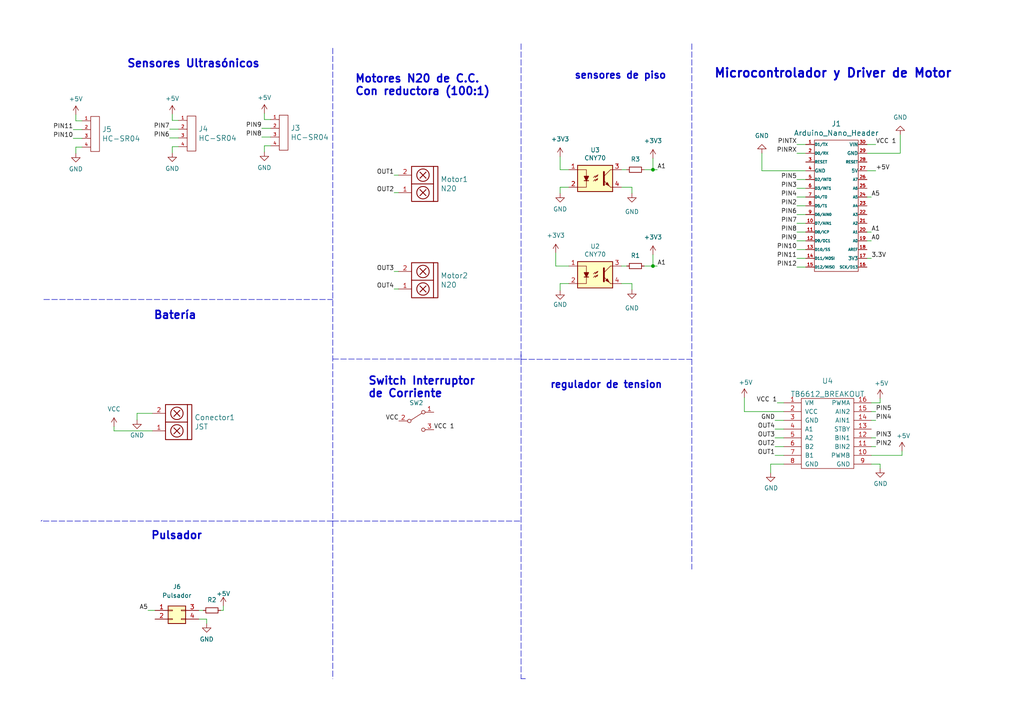
<source format=kicad_sch>
(kicad_sch (version 20211123) (generator eeschema)

  (uuid 1860e030-7a36-4298-b7fc-a16d48ab15ba)

  (paper "A4")

  (title_block
    (title "Robot Mini Sumo")
    (date "2022-07-14")
    (company "E.E.S.T N°5 \"2 de Abril\"")
  )

  (lib_symbols
    (symbol "Connector_Generic:Conn_02x02_Top_Bottom" (pin_names (offset 1.016) hide) (in_bom yes) (on_board yes)
      (property "Reference" "J" (id 0) (at 1.27 2.54 0)
        (effects (font (size 1.27 1.27)))
      )
      (property "Value" "Conn_02x02_Top_Bottom" (id 1) (at 1.27 -5.08 0)
        (effects (font (size 1.27 1.27)))
      )
      (property "Footprint" "" (id 2) (at 0 0 0)
        (effects (font (size 1.27 1.27)) hide)
      )
      (property "Datasheet" "~" (id 3) (at 0 0 0)
        (effects (font (size 1.27 1.27)) hide)
      )
      (property "ki_keywords" "connector" (id 4) (at 0 0 0)
        (effects (font (size 1.27 1.27)) hide)
      )
      (property "ki_description" "Generic connector, double row, 02x02, top/bottom pin numbering scheme (row 1: 1...pins_per_row, row2: pins_per_row+1 ... num_pins), script generated (kicad-library-utils/schlib/autogen/connector/)" (id 5) (at 0 0 0)
        (effects (font (size 1.27 1.27)) hide)
      )
      (property "ki_fp_filters" "Connector*:*_2x??_*" (id 6) (at 0 0 0)
        (effects (font (size 1.27 1.27)) hide)
      )
      (symbol "Conn_02x02_Top_Bottom_1_1"
        (rectangle (start -1.27 -2.413) (end 0 -2.667)
          (stroke (width 0.1524) (type default) (color 0 0 0 0))
          (fill (type none))
        )
        (rectangle (start -1.27 0.127) (end 0 -0.127)
          (stroke (width 0.1524) (type default) (color 0 0 0 0))
          (fill (type none))
        )
        (rectangle (start -1.27 1.27) (end 3.81 -3.81)
          (stroke (width 0.254) (type default) (color 0 0 0 0))
          (fill (type background))
        )
        (rectangle (start 3.81 -2.413) (end 2.54 -2.667)
          (stroke (width 0.1524) (type default) (color 0 0 0 0))
          (fill (type none))
        )
        (rectangle (start 3.81 0.127) (end 2.54 -0.127)
          (stroke (width 0.1524) (type default) (color 0 0 0 0))
          (fill (type none))
        )
        (pin passive line (at -5.08 0 0) (length 3.81)
          (name "Pin_1" (effects (font (size 1.27 1.27))))
          (number "1" (effects (font (size 1.27 1.27))))
        )
        (pin passive line (at -5.08 -2.54 0) (length 3.81)
          (name "Pin_2" (effects (font (size 1.27 1.27))))
          (number "2" (effects (font (size 1.27 1.27))))
        )
        (pin passive line (at 7.62 0 180) (length 3.81)
          (name "Pin_3" (effects (font (size 1.27 1.27))))
          (number "3" (effects (font (size 1.27 1.27))))
        )
        (pin passive line (at 7.62 -2.54 180) (length 3.81)
          (name "Pin_4" (effects (font (size 1.27 1.27))))
          (number "4" (effects (font (size 1.27 1.27))))
        )
      )
    )
    (symbol "Device:R_Small" (pin_numbers hide) (pin_names (offset 0.254) hide) (in_bom yes) (on_board yes)
      (property "Reference" "R" (id 0) (at 0.762 0.508 0)
        (effects (font (size 1.27 1.27)) (justify left))
      )
      (property "Value" "R_Small" (id 1) (at 0.762 -1.016 0)
        (effects (font (size 1.27 1.27)) (justify left))
      )
      (property "Footprint" "" (id 2) (at 0 0 0)
        (effects (font (size 1.27 1.27)) hide)
      )
      (property "Datasheet" "~" (id 3) (at 0 0 0)
        (effects (font (size 1.27 1.27)) hide)
      )
      (property "ki_keywords" "R resistor" (id 4) (at 0 0 0)
        (effects (font (size 1.27 1.27)) hide)
      )
      (property "ki_description" "Resistor, small symbol" (id 5) (at 0 0 0)
        (effects (font (size 1.27 1.27)) hide)
      )
      (property "ki_fp_filters" "R_*" (id 6) (at 0 0 0)
        (effects (font (size 1.27 1.27)) hide)
      )
      (symbol "R_Small_0_1"
        (rectangle (start -0.762 1.778) (end 0.762 -1.778)
          (stroke (width 0.2032) (type default) (color 0 0 0 0))
          (fill (type none))
        )
      )
      (symbol "R_Small_1_1"
        (pin passive line (at 0 2.54 270) (length 0.762)
          (name "~" (effects (font (size 1.27 1.27))))
          (number "1" (effects (font (size 1.27 1.27))))
        )
        (pin passive line (at 0 -2.54 90) (length 0.762)
          (name "~" (effects (font (size 1.27 1.27))))
          (number "2" (effects (font (size 1.27 1.27))))
        )
      )
    )
    (symbol "EESTN5:Arduino_Nano_Header" (pin_names (offset 0.0254)) (in_bom yes) (on_board yes)
      (property "Reference" "J" (id 0) (at 0 20.32 0)
        (effects (font (size 1.524 1.524)))
      )
      (property "Value" "Arduino_Nano_Header" (id 1) (at 0 -20.32 0)
        (effects (font (size 1.524 1.524)))
      )
      (property "Footprint" "" (id 2) (at 0 0 0)
        (effects (font (size 1.524 1.524)))
      )
      (property "Datasheet" "" (id 3) (at 0 0 0)
        (effects (font (size 1.524 1.524)))
      )
      (symbol "Arduino_Nano_Header_0_1"
        (rectangle (start 6.35 -19.05) (end -6.35 19.05)
          (stroke (width 0) (type default) (color 0 0 0 0))
          (fill (type none))
        )
      )
      (symbol "Arduino_Nano_Header_1_1"
        (pin passive line (at -8.89 17.78 0) (length 2.54)
          (name "D1/TX" (effects (font (size 0.7874 0.7874))))
          (number "1" (effects (font (size 0.889 0.889))))
        )
        (pin passive line (at -8.89 -5.08 0) (length 2.54)
          (name "D7/AIN1" (effects (font (size 0.762 0.762))))
          (number "10" (effects (font (size 0.889 0.889))))
        )
        (pin passive line (at -8.89 -7.62 0) (length 2.54)
          (name "D8/ICP" (effects (font (size 0.762 0.762))))
          (number "11" (effects (font (size 0.889 0.889))))
        )
        (pin passive line (at -8.89 -10.16 0) (length 2.54)
          (name "D9/0C1" (effects (font (size 0.762 0.762))))
          (number "12" (effects (font (size 0.889 0.889))))
        )
        (pin passive line (at -8.89 -12.7 0) (length 2.54)
          (name "D10/SS" (effects (font (size 0.762 0.762))))
          (number "13" (effects (font (size 0.889 0.889))))
        )
        (pin passive line (at -8.89 -15.24 0) (length 2.54)
          (name "D11/MOSI" (effects (font (size 0.762 0.762))))
          (number "14" (effects (font (size 0.889 0.889))))
        )
        (pin passive line (at -8.89 -17.78 0) (length 2.54)
          (name "D12/MISO" (effects (font (size 0.762 0.762))))
          (number "15" (effects (font (size 0.889 0.889))))
        )
        (pin passive line (at 8.89 -17.78 180) (length 2.54)
          (name "SCK/D13" (effects (font (size 0.762 0.762))))
          (number "16" (effects (font (size 0.889 0.889))))
        )
        (pin passive line (at 8.89 -15.24 180) (length 2.54)
          (name "3V3" (effects (font (size 0.9906 0.9906))))
          (number "17" (effects (font (size 0.889 0.889))))
        )
        (pin passive line (at 8.89 -12.7 180) (length 2.54)
          (name "AREF" (effects (font (size 0.762 0.762))))
          (number "18" (effects (font (size 0.889 0.889))))
        )
        (pin passive line (at 8.89 -10.16 180) (length 2.54)
          (name "A0" (effects (font (size 0.762 0.762))))
          (number "19" (effects (font (size 0.889 0.889))))
        )
        (pin passive line (at -8.89 15.24 0) (length 2.54)
          (name "D0/RX" (effects (font (size 0.7874 0.7874))))
          (number "2" (effects (font (size 0.889 0.889))))
        )
        (pin passive line (at 8.89 -7.62 180) (length 2.54)
          (name "A1" (effects (font (size 0.762 0.762))))
          (number "20" (effects (font (size 0.889 0.889))))
        )
        (pin passive line (at 8.89 -5.08 180) (length 2.54)
          (name "A2" (effects (font (size 0.762 0.762))))
          (number "21" (effects (font (size 0.889 0.889))))
        )
        (pin passive line (at 8.89 -2.54 180) (length 2.54)
          (name "A3" (effects (font (size 0.762 0.762))))
          (number "22" (effects (font (size 0.889 0.889))))
        )
        (pin passive line (at 8.89 0 180) (length 2.54)
          (name "A4" (effects (font (size 0.762 0.762))))
          (number "23" (effects (font (size 0.889 0.889))))
        )
        (pin passive line (at 8.89 2.54 180) (length 2.54)
          (name "A5" (effects (font (size 0.762 0.762))))
          (number "24" (effects (font (size 0.889 0.889))))
        )
        (pin passive line (at 8.89 5.08 180) (length 2.54)
          (name "A6" (effects (font (size 0.762 0.762))))
          (number "25" (effects (font (size 0.889 0.889))))
        )
        (pin passive line (at 8.89 7.62 180) (length 2.54)
          (name "A7" (effects (font (size 0.762 0.762))))
          (number "26" (effects (font (size 0.889 0.889))))
        )
        (pin passive line (at 8.89 10.16 180) (length 2.54)
          (name "5V" (effects (font (size 0.9906 0.9906))))
          (number "27" (effects (font (size 0.889 0.889))))
        )
        (pin passive line (at 8.89 12.7 180) (length 2.54)
          (name "RESET" (effects (font (size 0.762 0.762))))
          (number "28" (effects (font (size 0.889 0.889))))
        )
        (pin passive line (at 8.89 15.24 180) (length 2.54)
          (name "GND" (effects (font (size 0.9906 0.9906))))
          (number "29" (effects (font (size 0.889 0.889))))
        )
        (pin passive line (at -8.89 12.7 0) (length 2.54)
          (name "RESET" (effects (font (size 0.7874 0.7874))))
          (number "3" (effects (font (size 0.889 0.889))))
        )
        (pin passive line (at 8.89 17.78 180) (length 2.54)
          (name "VIN" (effects (font (size 0.9906 0.9906))))
          (number "30" (effects (font (size 0.889 0.889))))
        )
        (pin passive line (at -8.89 10.16 0) (length 2.54)
          (name "GND" (effects (font (size 0.9906 0.9906))))
          (number "4" (effects (font (size 0.889 0.889))))
        )
        (pin passive line (at -8.89 7.62 0) (length 2.54)
          (name "D2/INT0" (effects (font (size 0.762 0.762))))
          (number "5" (effects (font (size 0.889 0.889))))
        )
        (pin passive line (at -8.89 5.08 0) (length 2.54)
          (name "D3/INT1" (effects (font (size 0.762 0.762))))
          (number "6" (effects (font (size 0.889 0.889))))
        )
        (pin passive line (at -8.89 2.54 0) (length 2.54)
          (name "D4/T0" (effects (font (size 0.762 0.762))))
          (number "7" (effects (font (size 0.889 0.889))))
        )
        (pin passive line (at -8.89 0 0) (length 2.54)
          (name "D5/T1" (effects (font (size 0.762 0.762))))
          (number "8" (effects (font (size 0.889 0.889))))
        )
        (pin passive line (at -8.89 -2.54 0) (length 2.54)
          (name "D6/AIN0" (effects (font (size 0.762 0.762))))
          (number "9" (effects (font (size 0.889 0.889))))
        )
      )
    )
    (symbol "EESTN5:CNY70" (pin_names (offset 1.016)) (in_bom yes) (on_board yes)
      (property "Reference" "U" (id 0) (at -5.08 5.08 0)
        (effects (font (size 1.27 1.27)) (justify left))
      )
      (property "Value" "CNY70" (id 1) (at 0 5.08 0)
        (effects (font (size 1.27 1.27)) (justify left))
      )
      (property "Footprint" "CNY70" (id 2) (at -5.08 -5.08 0)
        (effects (font (size 1.27 1.27) italic) (justify left))
      )
      (property "Datasheet" "" (id 3) (at 0 0 0)
        (effects (font (size 1.27 1.27)) (justify left))
      )
      (property "ki_fp_filters" "CNY*" (id 4) (at 0 0 0)
        (effects (font (size 1.27 1.27)) hide)
      )
      (symbol "CNY70_0_1"
        (rectangle (start -5.08 3.81) (end 5.08 -3.81)
          (stroke (width 0.254) (type default) (color 0 0 0 0))
          (fill (type background))
        )
        (polyline
          (pts
            (xy -3.175 -0.635)
            (xy -1.905 -0.635)
          )
          (stroke (width 0.254) (type default) (color 0 0 0 0))
          (fill (type none))
        )
        (polyline
          (pts
            (xy 2.54 0.635)
            (xy 4.445 2.54)
          )
          (stroke (width 0) (type default) (color 0 0 0 0))
          (fill (type none))
        )
        (polyline
          (pts
            (xy 4.445 -2.54)
            (xy 2.54 -0.635)
          )
          (stroke (width 0) (type default) (color 0 0 0 0))
          (fill (type outline))
        )
        (polyline
          (pts
            (xy 4.445 -2.54)
            (xy 5.08 -2.54)
          )
          (stroke (width 0) (type default) (color 0 0 0 0))
          (fill (type none))
        )
        (polyline
          (pts
            (xy 4.445 2.54)
            (xy 5.08 2.54)
          )
          (stroke (width 0) (type default) (color 0 0 0 0))
          (fill (type none))
        )
        (polyline
          (pts
            (xy -5.08 2.54)
            (xy -2.54 2.54)
            (xy -2.54 0.635)
          )
          (stroke (width 0) (type default) (color 0 0 0 0))
          (fill (type none))
        )
        (polyline
          (pts
            (xy -2.54 -0.635)
            (xy -2.54 -2.54)
            (xy -5.08 -2.54)
          )
          (stroke (width 0) (type default) (color 0 0 0 0))
          (fill (type none))
        )
        (polyline
          (pts
            (xy 2.54 1.905)
            (xy 2.54 -1.905)
            (xy 2.54 -1.905)
          )
          (stroke (width 0.508) (type default) (color 0 0 0 0))
          (fill (type none))
        )
        (polyline
          (pts
            (xy -2.54 -0.635)
            (xy -3.175 0.635)
            (xy -1.905 0.635)
            (xy -2.54 -0.635)
          )
          (stroke (width 0.254) (type default) (color 0 0 0 0))
          (fill (type outline))
        )
        (polyline
          (pts
            (xy -0.508 0.254)
            (xy 0.0254 0.762)
            (xy 0.0254 0.254)
            (xy 0.7874 1.016)
          )
          (stroke (width 0) (type default) (color 0 0 0 0))
          (fill (type none))
        )
        (polyline
          (pts
            (xy 0.7874 1.016)
            (xy 0.2794 0.762)
            (xy 0.5334 0.508)
            (xy 0.7874 1.016)
          )
          (stroke (width 0) (type default) (color 0 0 0 0))
          (fill (type none))
        )
        (polyline
          (pts
            (xy 3.048 -1.651)
            (xy 3.556 -1.143)
            (xy 4.064 -2.159)
            (xy 3.048 -1.651)
            (xy 3.048 -1.651)
          )
          (stroke (width 0) (type default) (color 0 0 0 0))
          (fill (type outline))
        )
        (polyline
          (pts
            (xy -0.508 -0.762)
            (xy 0.0254 -0.254)
            (xy 0.0254 -0.762)
            (xy 0.7874 0)
            (xy 0.2794 -0.254)
            (xy 0.5334 -0.508)
            (xy 0.7874 0)
          )
          (stroke (width 0) (type default) (color 0 0 0 0))
          (fill (type none))
        )
      )
      (symbol "CNY70_1_1"
        (pin passive line (at -7.62 2.54 0) (length 2.54)
          (name "~" (effects (font (size 1.27 1.27))))
          (number "1" (effects (font (size 1.27 1.27))))
        )
        (pin passive line (at -7.62 -2.54 0) (length 2.54)
          (name "~" (effects (font (size 1.27 1.27))))
          (number "2" (effects (font (size 1.27 1.27))))
        )
        (pin passive line (at 7.62 2.54 180) (length 2.54)
          (name "~" (effects (font (size 1.27 1.27))))
          (number "3" (effects (font (size 1.27 1.27))))
        )
        (pin passive line (at 7.62 -2.54 180) (length 2.54)
          (name "~" (effects (font (size 1.27 1.27))))
          (number "4" (effects (font (size 1.27 1.27))))
        )
      )
    )
    (symbol "EESTN5:HEADER_4" (pin_names (offset 0)) (in_bom yes) (on_board yes)
      (property "Reference" "J" (id 0) (at 0 6.35 0)
        (effects (font (size 1.524 1.524)))
      )
      (property "Value" "HEADER_4" (id 1) (at 0 -6.35 0)
        (effects (font (size 1.524 1.524)))
      )
      (property "Footprint" "" (id 2) (at 0 0 0)
        (effects (font (size 1.524 1.524)))
      )
      (property "Datasheet" "" (id 3) (at 0 0 0)
        (effects (font (size 1.524 1.524)))
      )
      (property "ki_fp_filters" "SIL* HEADER* JST-4* PIN*" (id 4) (at 0 0 0)
        (effects (font (size 1.27 1.27)) hide)
      )
      (symbol "HEADER_4_0_1"
        (rectangle (start 2.54 5.08) (end 0 -5.08)
          (stroke (width 0) (type default) (color 0 0 0 0))
          (fill (type none))
        )
      )
      (symbol "HEADER_4_1_1"
        (pin passive line (at -2.54 3.81 0) (length 2.54)
          (name "~" (effects (font (size 1.27 1.27))))
          (number "1" (effects (font (size 0.889 0.889))))
        )
        (pin passive line (at -2.54 1.27 0) (length 2.54)
          (name "~" (effects (font (size 1.27 1.27))))
          (number "2" (effects (font (size 0.889 0.889))))
        )
        (pin passive line (at -2.54 -1.27 0) (length 2.54)
          (name "~" (effects (font (size 1.27 1.27))))
          (number "3" (effects (font (size 0.889 0.889))))
        )
        (pin passive line (at -2.54 -3.81 0) (length 2.54)
          (name "~" (effects (font (size 1.27 1.27))))
          (number "4" (effects (font (size 0.889 0.889))))
        )
      )
    )
    (symbol "EESTN5:SW_SPDT" (pin_names (offset 0) hide) (in_bom yes) (on_board yes)
      (property "Reference" "SW" (id 0) (at 0 4.318 0)
        (effects (font (size 1.27 1.27)))
      )
      (property "Value" "SW_SPDT" (id 1) (at 0 -5.08 0)
        (effects (font (size 1.27 1.27)) hide)
      )
      (property "Footprint" "" (id 2) (at 0 0 0)
        (effects (font (size 1.27 1.27)))
      )
      (property "Datasheet" "" (id 3) (at 0 0 0)
        (effects (font (size 1.27 1.27)))
      )
      (property "ki_keywords" "switch single-pole double-throw spdt ON-ON" (id 4) (at 0 0 0)
        (effects (font (size 1.27 1.27)) hide)
      )
      (property "ki_description" "Switch, single pole double throw" (id 5) (at 0 0 0)
        (effects (font (size 1.27 1.27)) hide)
      )
      (property "ki_fp_filters" "SW* LLAVE*" (id 6) (at 0 0 0)
        (effects (font (size 1.27 1.27)) hide)
      )
      (symbol "SW_SPDT_0_0"
        (circle (center -2.032 0) (radius 0.508)
          (stroke (width 0) (type default) (color 0 0 0 0))
          (fill (type none))
        )
        (circle (center 2.032 -2.54) (radius 0.508)
          (stroke (width 0) (type default) (color 0 0 0 0))
          (fill (type none))
        )
      )
      (symbol "SW_SPDT_0_1"
        (polyline
          (pts
            (xy -1.524 0.254)
            (xy 1.651 2.286)
          )
          (stroke (width 0) (type default) (color 0 0 0 0))
          (fill (type none))
        )
        (circle (center 2.032 2.54) (radius 0.508)
          (stroke (width 0) (type default) (color 0 0 0 0))
          (fill (type none))
        )
      )
      (symbol "SW_SPDT_1_1"
        (pin passive line (at 5.08 2.54 180) (length 2.54)
          (name "A" (effects (font (size 1.27 1.27))))
          (number "1" (effects (font (size 1.27 1.27))))
        )
        (pin passive line (at -5.08 0 0) (length 2.54)
          (name "B" (effects (font (size 1.27 1.27))))
          (number "2" (effects (font (size 1.27 1.27))))
        )
        (pin passive line (at 5.08 -2.54 180) (length 2.54)
          (name "C" (effects (font (size 1.27 1.27))))
          (number "3" (effects (font (size 1.27 1.27))))
        )
      )
    )
    (symbol "EESTN5:TB6612_BREAKOUT" (pin_names (offset 1.016)) (in_bom yes) (on_board yes)
      (property "Reference" "U" (id 0) (at 0 11.43 0)
        (effects (font (size 1.524 1.524)))
      )
      (property "Value" "TB6612_BREAKOUT" (id 1) (at 0 -13.97 0)
        (effects (font (size 1.524 1.524)))
      )
      (property "Footprint" "" (id 2) (at 0 -1.27 0)
        (effects (font (size 1.524 1.524)) hide)
      )
      (property "Datasheet" "" (id 3) (at 0 -1.27 0)
        (effects (font (size 1.524 1.524)) hide)
      )
      (property "ki_keywords" "TB6612" (id 4) (at 0 0 0)
        (effects (font (size 1.27 1.27)) hide)
      )
      (property "ki_description" "BreakOut Board for TB6612" (id 5) (at 0 0 0)
        (effects (font (size 1.27 1.27)) hide)
      )
      (property "ki_fp_filters" "TB6612*" (id 6) (at 0 0 0)
        (effects (font (size 1.27 1.27)) hide)
      )
      (symbol "TB6612_BREAKOUT_0_1"
        (rectangle (start -7.62 10.16) (end 7.62 -10.16)
          (stroke (width 0) (type default) (color 0 0 0 0))
          (fill (type none))
        )
      )
      (symbol "TB6612_BREAKOUT_1_1"
        (pin passive line (at -12.7 8.89 0) (length 5.08)
          (name "VM" (effects (font (size 1.27 1.27))))
          (number "1" (effects (font (size 1.27 1.27))))
        )
        (pin passive line (at 12.7 -6.35 180) (length 5.08)
          (name "PWMB" (effects (font (size 1.27 1.27))))
          (number "10" (effects (font (size 1.27 1.27))))
        )
        (pin passive line (at 12.7 -3.81 180) (length 5.08)
          (name "BIN2" (effects (font (size 1.27 1.27))))
          (number "11" (effects (font (size 1.27 1.27))))
        )
        (pin passive line (at 12.7 -1.27 180) (length 5.08)
          (name "BIN1" (effects (font (size 1.27 1.27))))
          (number "12" (effects (font (size 1.27 1.27))))
        )
        (pin passive line (at 12.7 1.27 180) (length 5.08)
          (name "STBY" (effects (font (size 1.27 1.27))))
          (number "13" (effects (font (size 1.27 1.27))))
        )
        (pin passive line (at 12.7 3.81 180) (length 5.08)
          (name "AIN1" (effects (font (size 1.27 1.27))))
          (number "14" (effects (font (size 1.27 1.27))))
        )
        (pin passive line (at 12.7 6.35 180) (length 5.08)
          (name "AIN2" (effects (font (size 1.27 1.27))))
          (number "15" (effects (font (size 1.27 1.27))))
        )
        (pin passive line (at 12.7 8.89 180) (length 5.08)
          (name "PWMA" (effects (font (size 1.27 1.27))))
          (number "16" (effects (font (size 1.27 1.27))))
        )
        (pin passive line (at -12.7 6.35 0) (length 5.08)
          (name "VCC" (effects (font (size 1.27 1.27))))
          (number "2" (effects (font (size 1.27 1.27))))
        )
        (pin passive line (at -12.7 3.81 0) (length 5.08)
          (name "GND" (effects (font (size 1.27 1.27))))
          (number "3" (effects (font (size 1.27 1.27))))
        )
        (pin passive line (at -12.7 1.27 0) (length 5.08)
          (name "A1" (effects (font (size 1.27 1.27))))
          (number "4" (effects (font (size 1.27 1.27))))
        )
        (pin passive line (at -12.7 -1.27 0) (length 5.08)
          (name "A2" (effects (font (size 1.27 1.27))))
          (number "5" (effects (font (size 1.27 1.27))))
        )
        (pin passive line (at -12.7 -3.81 0) (length 5.08)
          (name "B2" (effects (font (size 1.27 1.27))))
          (number "6" (effects (font (size 1.27 1.27))))
        )
        (pin passive line (at -12.7 -6.35 0) (length 5.08)
          (name "B1" (effects (font (size 1.27 1.27))))
          (number "7" (effects (font (size 1.27 1.27))))
        )
        (pin passive line (at -12.7 -8.89 0) (length 5.08)
          (name "GND" (effects (font (size 1.27 1.27))))
          (number "8" (effects (font (size 1.27 1.27))))
        )
        (pin passive line (at 12.7 -8.89 180) (length 5.08)
          (name "GND" (effects (font (size 1.27 1.27))))
          (number "9" (effects (font (size 1.27 1.27))))
        )
      )
    )
    (symbol "EESTN5:TB_1X2" (pin_names (offset 1.016)) (in_bom yes) (on_board yes)
      (property "Reference" "J" (id 0) (at 0 7.62 0)
        (effects (font (size 1.524 1.524)))
      )
      (property "Value" "TB_1X2" (id 1) (at 1.27 -7.62 0)
        (effects (font (size 1.524 1.524)))
      )
      (property "Footprint" "" (id 2) (at -1.27 1.27 0)
        (effects (font (size 1.524 1.524)))
      )
      (property "Datasheet" "" (id 3) (at -1.27 1.27 0)
        (effects (font (size 1.524 1.524)))
      )
      (property "ki_fp_filters" "BORNERA* TB*" (id 4) (at 0 0 0)
        (effects (font (size 1.27 1.27)) hide)
      )
      (symbol "TB_1X2_0_1"
        (rectangle (start -2.54 5.08) (end 5.08 -5.08)
          (stroke (width 0.254) (type default) (color 0 0 0 0))
          (fill (type none))
        )
        (polyline
          (pts
            (xy -1.27 0)
            (xy 5.08 0)
          )
          (stroke (width 0.254) (type default) (color 0 0 0 0))
          (fill (type none))
        )
        (polyline
          (pts
            (xy -1.27 5.08)
            (xy -1.27 -5.08)
          )
          (stroke (width 0.254) (type default) (color 0 0 0 0))
          (fill (type none))
        )
        (polyline
          (pts
            (xy 0.889 -3.429)
            (xy 2.667 -1.651)
          )
          (stroke (width 0.254) (type default) (color 0 0 0 0))
          (fill (type none))
        )
        (polyline
          (pts
            (xy 0.889 -1.651)
            (xy 2.667 -3.429)
          )
          (stroke (width 0.254) (type default) (color 0 0 0 0))
          (fill (type none))
        )
        (polyline
          (pts
            (xy 0.889 1.651)
            (xy 2.667 3.429)
          )
          (stroke (width 0.254) (type default) (color 0 0 0 0))
          (fill (type none))
        )
        (polyline
          (pts
            (xy 0.889 3.429)
            (xy 2.667 1.651)
          )
          (stroke (width 0.254) (type default) (color 0 0 0 0))
          (fill (type none))
        )
        (circle (center 1.778 -2.54) (radius 1.8034)
          (stroke (width 0.254) (type default) (color 0 0 0 0))
          (fill (type none))
        )
        (circle (center 1.778 2.54) (radius 1.8034)
          (stroke (width 0.254) (type default) (color 0 0 0 0))
          (fill (type none))
        )
      )
      (symbol "TB_1X2_1_1"
        (pin input line (at 8.89 2.54 180) (length 3.81)
          (name "~" (effects (font (size 1.27 1.27))))
          (number "1" (effects (font (size 1.27 1.27))))
        )
        (pin input line (at 8.89 -2.54 180) (length 3.81)
          (name "~" (effects (font (size 1.27 1.27))))
          (number "2" (effects (font (size 1.27 1.27))))
        )
      )
    )
    (symbol "power:+3.3V" (power) (pin_names (offset 0)) (in_bom yes) (on_board yes)
      (property "Reference" "#PWR" (id 0) (at 0 -3.81 0)
        (effects (font (size 1.27 1.27)) hide)
      )
      (property "Value" "+3.3V" (id 1) (at 0 3.556 0)
        (effects (font (size 1.27 1.27)))
      )
      (property "Footprint" "" (id 2) (at 0 0 0)
        (effects (font (size 1.27 1.27)) hide)
      )
      (property "Datasheet" "" (id 3) (at 0 0 0)
        (effects (font (size 1.27 1.27)) hide)
      )
      (property "ki_keywords" "power-flag" (id 4) (at 0 0 0)
        (effects (font (size 1.27 1.27)) hide)
      )
      (property "ki_description" "Power symbol creates a global label with name \"+3.3V\"" (id 5) (at 0 0 0)
        (effects (font (size 1.27 1.27)) hide)
      )
      (symbol "+3.3V_0_1"
        (polyline
          (pts
            (xy -0.762 1.27)
            (xy 0 2.54)
          )
          (stroke (width 0) (type default) (color 0 0 0 0))
          (fill (type none))
        )
        (polyline
          (pts
            (xy 0 0)
            (xy 0 2.54)
          )
          (stroke (width 0) (type default) (color 0 0 0 0))
          (fill (type none))
        )
        (polyline
          (pts
            (xy 0 2.54)
            (xy 0.762 1.27)
          )
          (stroke (width 0) (type default) (color 0 0 0 0))
          (fill (type none))
        )
      )
      (symbol "+3.3V_1_1"
        (pin power_in line (at 0 0 90) (length 0) hide
          (name "+3V3" (effects (font (size 1.27 1.27))))
          (number "1" (effects (font (size 1.27 1.27))))
        )
      )
    )
    (symbol "power:+5V" (power) (pin_names (offset 0)) (in_bom yes) (on_board yes)
      (property "Reference" "#PWR" (id 0) (at 0 -3.81 0)
        (effects (font (size 1.27 1.27)) hide)
      )
      (property "Value" "+5V" (id 1) (at 0 3.556 0)
        (effects (font (size 1.27 1.27)))
      )
      (property "Footprint" "" (id 2) (at 0 0 0)
        (effects (font (size 1.27 1.27)) hide)
      )
      (property "Datasheet" "" (id 3) (at 0 0 0)
        (effects (font (size 1.27 1.27)) hide)
      )
      (property "ki_keywords" "power-flag" (id 4) (at 0 0 0)
        (effects (font (size 1.27 1.27)) hide)
      )
      (property "ki_description" "Power symbol creates a global label with name \"+5V\"" (id 5) (at 0 0 0)
        (effects (font (size 1.27 1.27)) hide)
      )
      (symbol "+5V_0_1"
        (polyline
          (pts
            (xy -0.762 1.27)
            (xy 0 2.54)
          )
          (stroke (width 0) (type default) (color 0 0 0 0))
          (fill (type none))
        )
        (polyline
          (pts
            (xy 0 0)
            (xy 0 2.54)
          )
          (stroke (width 0) (type default) (color 0 0 0 0))
          (fill (type none))
        )
        (polyline
          (pts
            (xy 0 2.54)
            (xy 0.762 1.27)
          )
          (stroke (width 0) (type default) (color 0 0 0 0))
          (fill (type none))
        )
      )
      (symbol "+5V_1_1"
        (pin power_in line (at 0 0 90) (length 0) hide
          (name "+5V" (effects (font (size 1.27 1.27))))
          (number "1" (effects (font (size 1.27 1.27))))
        )
      )
    )
    (symbol "power:GND" (power) (pin_names (offset 0)) (in_bom yes) (on_board yes)
      (property "Reference" "#PWR" (id 0) (at 0 -6.35 0)
        (effects (font (size 1.27 1.27)) hide)
      )
      (property "Value" "GND" (id 1) (at 0 -3.81 0)
        (effects (font (size 1.27 1.27)))
      )
      (property "Footprint" "" (id 2) (at 0 0 0)
        (effects (font (size 1.27 1.27)) hide)
      )
      (property "Datasheet" "" (id 3) (at 0 0 0)
        (effects (font (size 1.27 1.27)) hide)
      )
      (property "ki_keywords" "power-flag" (id 4) (at 0 0 0)
        (effects (font (size 1.27 1.27)) hide)
      )
      (property "ki_description" "Power symbol creates a global label with name \"GND\" , ground" (id 5) (at 0 0 0)
        (effects (font (size 1.27 1.27)) hide)
      )
      (symbol "GND_0_1"
        (polyline
          (pts
            (xy 0 0)
            (xy 0 -1.27)
            (xy 1.27 -1.27)
            (xy 0 -2.54)
            (xy -1.27 -1.27)
            (xy 0 -1.27)
          )
          (stroke (width 0) (type default) (color 0 0 0 0))
          (fill (type none))
        )
      )
      (symbol "GND_1_1"
        (pin power_in line (at 0 0 270) (length 0) hide
          (name "GND" (effects (font (size 1.27 1.27))))
          (number "1" (effects (font (size 1.27 1.27))))
        )
      )
    )
    (symbol "power:VCC" (power) (pin_names (offset 0)) (in_bom yes) (on_board yes)
      (property "Reference" "#PWR" (id 0) (at 0 -3.81 0)
        (effects (font (size 1.27 1.27)) hide)
      )
      (property "Value" "VCC" (id 1) (at 0 3.81 0)
        (effects (font (size 1.27 1.27)))
      )
      (property "Footprint" "" (id 2) (at 0 0 0)
        (effects (font (size 1.27 1.27)) hide)
      )
      (property "Datasheet" "" (id 3) (at 0 0 0)
        (effects (font (size 1.27 1.27)) hide)
      )
      (property "ki_keywords" "power-flag" (id 4) (at 0 0 0)
        (effects (font (size 1.27 1.27)) hide)
      )
      (property "ki_description" "Power symbol creates a global label with name \"VCC\"" (id 5) (at 0 0 0)
        (effects (font (size 1.27 1.27)) hide)
      )
      (symbol "VCC_0_1"
        (polyline
          (pts
            (xy -0.762 1.27)
            (xy 0 2.54)
          )
          (stroke (width 0) (type default) (color 0 0 0 0))
          (fill (type none))
        )
        (polyline
          (pts
            (xy 0 0)
            (xy 0 2.54)
          )
          (stroke (width 0) (type default) (color 0 0 0 0))
          (fill (type none))
        )
        (polyline
          (pts
            (xy 0 2.54)
            (xy 0.762 1.27)
          )
          (stroke (width 0) (type default) (color 0 0 0 0))
          (fill (type none))
        )
      )
      (symbol "VCC_1_1"
        (pin power_in line (at 0 0 90) (length 0) hide
          (name "VCC" (effects (font (size 1.27 1.27))))
          (number "1" (effects (font (size 1.27 1.27))))
        )
      )
    )
  )

  (junction (at 189.3824 49.2252) (diameter 0) (color 0 0 0 0)
    (uuid 74af2938-5aa5-43d4-bb52-2d07b4b7e88e)
  )
  (junction (at 189.3824 77.1652) (diameter 0) (color 0 0 0 0)
    (uuid fb1aa283-5ee3-499c-bf18-6ad3c56f52e1)
  )

  (wire (pts (xy 114.3 50.8) (xy 115.57 50.8))
    (stroke (width 0) (type default) (color 0 0 0 0))
    (uuid 03caada9-9e22-4e2d-9035-b15433dfbb17)
  )
  (polyline (pts (xy 96.52 13.97) (xy 96.52 196.85))
    (stroke (width 0) (type default) (color 0 0 0 0))
    (uuid 0737c39f-aed6-4f65-b35a-89bde8e26c6b)
  )

  (wire (pts (xy 114.3 78.74) (xy 115.57 78.74))
    (stroke (width 0) (type default) (color 0 0 0 0))
    (uuid 0ff508fd-18da-4ab7-9844-3c8a28c2587e)
  )
  (wire (pts (xy 224.79 124.46) (xy 227.33 124.46))
    (stroke (width 0) (type default) (color 0 0 0 0))
    (uuid 12422a89-3d0c-485c-9386-f77121fd68fd)
  )
  (wire (pts (xy 44.196 119.888) (xy 39.751 119.888))
    (stroke (width 0) (type default) (color 0 0 0 0))
    (uuid 15207f84-daf3-42a5-a267-e2ee3867702f)
  )
  (wire (pts (xy 180.2384 77.1652) (xy 181.7624 77.1652))
    (stroke (width 0) (type default) (color 0 0 0 0))
    (uuid 182b781b-3155-40b9-8809-7e3a4ff5e382)
  )
  (wire (pts (xy 64.77 177.038) (xy 64.77 175.768))
    (stroke (width 0) (type default) (color 0 0 0 0))
    (uuid 197b15d9-a28f-4972-b442-a8945654f927)
  )
  (wire (pts (xy 261.112 39.116) (xy 261.112 44.45))
    (stroke (width 0) (type default) (color 0 0 0 0))
    (uuid 1b41b33c-db4d-4b8c-94aa-dca9437f7859)
  )
  (wire (pts (xy 51.7398 42.545) (xy 49.9618 42.545))
    (stroke (width 0) (type default) (color 0 0 0 0))
    (uuid 1bfc93fe-1c12-4335-b667-796f42ec48c0)
  )
  (wire (pts (xy 164.9984 49.2252) (xy 162.4584 49.2252))
    (stroke (width 0) (type default) (color 0 0 0 0))
    (uuid 1e1b062d-fad0-427c-a622-c5b8a80b5268)
  )
  (wire (pts (xy 21.9964 35.052) (xy 23.7744 35.052))
    (stroke (width 0) (type default) (color 0 0 0 0))
    (uuid 1e4e61e0-c921-41a9-adbb-1779a262a895)
  )
  (wire (pts (xy 115.57 55.88) (xy 114.3 55.88))
    (stroke (width 0) (type default) (color 0 0 0 0))
    (uuid 1f3003e6-dce5-420f-906b-3f1e92b67249)
  )
  (wire (pts (xy 183.2864 54.3052) (xy 183.2864 56.0832))
    (stroke (width 0) (type default) (color 0 0 0 0))
    (uuid 20d20a6c-03cf-4a4c-8a77-7b10171706e4)
  )
  (polyline (pts (xy 151.13 12.7) (xy 151.13 196.85))
    (stroke (width 0) (type default) (color 0 0 0 0))
    (uuid 2ee54025-a569-4929-92d1-34a623323280)
  )

  (wire (pts (xy 252.73 119.38) (xy 254 119.38))
    (stroke (width 0) (type default) (color 0 0 0 0))
    (uuid 2fc10915-157b-45d1-b154-6639d9bf21b5)
  )
  (wire (pts (xy 189.3824 49.2252) (xy 190.6524 49.2252))
    (stroke (width 0) (type default) (color 0 0 0 0))
    (uuid 30f15357-ce1d-48b9-93dc-7d9b1b2aa048)
  )
  (wire (pts (xy 39.751 119.888) (xy 39.751 121.793))
    (stroke (width 0) (type default) (color 0 0 0 0))
    (uuid 3158e545-496c-4d68-b1c3-2133a4431358)
  )
  (wire (pts (xy 233.68 72.39) (xy 231.14 72.39))
    (stroke (width 0) (type default) (color 0 0 0 0))
    (uuid 31e08896-1992-4725-96d9-9d2728bca7a3)
  )
  (polyline (pts (xy 151.13 196.85) (xy 152.4 196.85))
    (stroke (width 0) (type default) (color 0 0 0 0))
    (uuid 32a3e20d-f4dd-489d-9862-c297cd69fdb7)
  )

  (wire (pts (xy 183.2864 82.2452) (xy 183.2864 84.0232))
    (stroke (width 0) (type default) (color 0 0 0 0))
    (uuid 369a7e4a-6334-46e8-9fef-7202a2b62fe5)
  )
  (wire (pts (xy 115.57 83.82) (xy 114.3 83.82))
    (stroke (width 0) (type default) (color 0 0 0 0))
    (uuid 378af8b4-af3d-46e7-89ae-deff12ca9067)
  )
  (polyline (pts (xy 200.66 12.7) (xy 200.66 165.1))
    (stroke (width 0) (type default) (color 0 0 0 0))
    (uuid 37f0cb06-1e50-473a-a5c8-e1b78861c26a)
  )

  (wire (pts (xy 252.73 116.84) (xy 255.27 116.84))
    (stroke (width 0) (type default) (color 0 0 0 0))
    (uuid 3ac3decf-88d1-49a8-ae56-1333e828103a)
  )
  (wire (pts (xy 162.4584 82.2452) (xy 162.4584 84.2772))
    (stroke (width 0) (type default) (color 0 0 0 0))
    (uuid 3b0e0509-8212-41f9-ba6d-5aff7c60800f)
  )
  (wire (pts (xy 224.79 129.54) (xy 227.33 129.54))
    (stroke (width 0) (type default) (color 0 0 0 0))
    (uuid 40165eda-4ba6-4565-9bb4-b9df6dbb08da)
  )
  (wire (pts (xy 252.73 57.15) (xy 251.46 57.15))
    (stroke (width 0) (type default) (color 0 0 0 0))
    (uuid 42532610-cf18-4734-a8d5-b4ba6f94d5e4)
  )
  (wire (pts (xy 161.1884 77.1652) (xy 161.1884 73.3552))
    (stroke (width 0) (type default) (color 0 0 0 0))
    (uuid 449b64dc-8784-4305-aee3-672b28a821e4)
  )
  (wire (pts (xy 252.73 134.62) (xy 255.27 134.62))
    (stroke (width 0) (type default) (color 0 0 0 0))
    (uuid 45008225-f50f-4d6b-b508-6730a9408caf)
  )
  (wire (pts (xy 227.33 134.62) (xy 223.52 134.62))
    (stroke (width 0) (type default) (color 0 0 0 0))
    (uuid 4780a290-d25c-4459-9579-eba3f7678762)
  )
  (polyline (pts (xy 151.13 104.14) (xy 151.13 102.87))
    (stroke (width 0) (type default) (color 0 0 0 0))
    (uuid 48b081b1-544a-4d31-ae72-48cc91fa0e0d)
  )
  (polyline (pts (xy 151.1046 104.2162) (xy 200.6346 104.2162))
    (stroke (width 0) (type default) (color 0 0 0 0))
    (uuid 499288a1-9bd1-494e-8d3a-e1799696c044)
  )

  (wire (pts (xy 58.928 177.038) (xy 57.658 177.038))
    (stroke (width 0) (type default) (color 0 0 0 0))
    (uuid 4b348b8c-8039-4fd3-aef3-d879b2b116f1)
  )
  (wire (pts (xy 21.9964 42.672) (xy 21.9964 44.45))
    (stroke (width 0) (type default) (color 0 0 0 0))
    (uuid 50108eb5-6aca-4f1d-aaa6-c0c8f562bd01)
  )
  (wire (pts (xy 57.658 179.578) (xy 59.944 179.578))
    (stroke (width 0) (type default) (color 0 0 0 0))
    (uuid 535ec148-9752-4337-9fb2-d8a5fee1eba1)
  )
  (wire (pts (xy 251.46 44.45) (xy 261.112 44.45))
    (stroke (width 0) (type default) (color 0 0 0 0))
    (uuid 53ad2a4c-cbe1-43b5-bb7c-70e46be18b18)
  )
  (polyline (pts (xy 96.52 151.13) (xy 11.938 151.13))
    (stroke (width 0) (type default) (color 0 0 0 0))
    (uuid 54381c75-9fe5-468d-8d02-ddb5a60f48c7)
  )

  (wire (pts (xy 51.7398 40.005) (xy 49.1998 40.005))
    (stroke (width 0) (type default) (color 0 0 0 0))
    (uuid 5fc27c35-3e1c-4f96-817c-93b5570858a6)
  )
  (wire (pts (xy 162.4584 49.2252) (xy 162.4584 45.4152))
    (stroke (width 0) (type default) (color 0 0 0 0))
    (uuid 60b0d398-c559-48ec-85ac-32ad12be3da0)
  )
  (wire (pts (xy 161.1884 77.1652) (xy 164.9984 77.1652))
    (stroke (width 0) (type default) (color 0 0 0 0))
    (uuid 60dcd1fe-7079-4cb8-b509-04558ccf5097)
  )
  (wire (pts (xy 231.14 69.85) (xy 233.68 69.85))
    (stroke (width 0) (type default) (color 0 0 0 0))
    (uuid 6441b183-b8f2-458f-a23d-60e2b1f66dd6)
  )
  (wire (pts (xy 261.62 132.08) (xy 261.62 130.81))
    (stroke (width 0) (type default) (color 0 0 0 0))
    (uuid 6595b9c7-02ee-4647-bde5-6b566e35163e)
  )
  (wire (pts (xy 233.68 44.45) (xy 231.14 44.45))
    (stroke (width 0) (type default) (color 0 0 0 0))
    (uuid 66043bca-a260-4915-9fce-8a51d324c687)
  )
  (wire (pts (xy 220.98 49.53) (xy 220.98 44.45))
    (stroke (width 0) (type default) (color 0 0 0 0))
    (uuid 677e0101-81f0-4545-8c72-23c9f6cef51e)
  )
  (wire (pts (xy 252.73 69.85) (xy 251.46 69.85))
    (stroke (width 0) (type default) (color 0 0 0 0))
    (uuid 68551524-5d23-4a54-a0a7-07cbb43d361d)
  )
  (wire (pts (xy 78.4606 37.211) (xy 75.9206 37.211))
    (stroke (width 0) (type default) (color 0 0 0 0))
    (uuid 6a45789b-3855-401f-8139-3c734f7f52f9)
  )
  (wire (pts (xy 215.9 115.316) (xy 215.9 119.38))
    (stroke (width 0) (type default) (color 0 0 0 0))
    (uuid 6b3fa3cb-9094-4158-b54c-03f77d188a0a)
  )
  (polyline (pts (xy 96.52 151.13) (xy 151.13 151.13))
    (stroke (width 0) (type default) (color 0 0 0 0))
    (uuid 6bef494c-4365-4e0b-b76a-20f0c1d37b83)
  )

  (wire (pts (xy 51.7398 37.465) (xy 49.1998 37.465))
    (stroke (width 0) (type default) (color 0 0 0 0))
    (uuid 6c9b793c-e74d-4754-a2c0-901e73b26f1c)
  )
  (polyline (pts (xy 12.7 86.868) (xy 96.52 86.868))
    (stroke (width 0) (type default) (color 0 0 0 0))
    (uuid 70e7c44c-f898-4db5-b3b8-c08957a5aff4)
  )

  (wire (pts (xy 49.9618 42.545) (xy 49.9618 44.323))
    (stroke (width 0) (type default) (color 0 0 0 0))
    (uuid 74a830ac-db02-4ee0-b658-8b525b51103a)
  )
  (wire (pts (xy 189.3824 45.9232) (xy 189.3824 49.2252))
    (stroke (width 0) (type default) (color 0 0 0 0))
    (uuid 760ecc06-0fc9-4e5e-9965-e938178d280c)
  )
  (wire (pts (xy 224.79 121.92) (xy 227.33 121.92))
    (stroke (width 0) (type default) (color 0 0 0 0))
    (uuid 7bafbac0-401e-4c38-9be1-228d86a3258a)
  )
  (wire (pts (xy 227.33 132.08) (xy 224.79 132.08))
    (stroke (width 0) (type default) (color 0 0 0 0))
    (uuid 7e023245-2c2b-4e2b-bfb9-5d35176e88f2)
  )
  (wire (pts (xy 49.9618 34.925) (xy 51.7398 34.925))
    (stroke (width 0) (type default) (color 0 0 0 0))
    (uuid 7e9f53f8-3dbf-4e80-85da-ee483bc7e2c3)
  )
  (wire (pts (xy 233.68 62.23) (xy 231.14 62.23))
    (stroke (width 0) (type default) (color 0 0 0 0))
    (uuid 80094b70-85ab-4ff6-934b-60d5ee65023a)
  )
  (wire (pts (xy 189.3824 73.8632) (xy 189.3824 77.1652))
    (stroke (width 0) (type default) (color 0 0 0 0))
    (uuid 826f7f2b-27f5-452f-bb0d-daafe1b5b43c)
  )
  (wire (pts (xy 231.14 41.91) (xy 233.68 41.91))
    (stroke (width 0) (type default) (color 0 0 0 0))
    (uuid 852dabbf-de45-4470-8176-59d37a754407)
  )
  (wire (pts (xy 252.73 129.54) (xy 254 129.54))
    (stroke (width 0) (type default) (color 0 0 0 0))
    (uuid 85f125e5-1de6-4257-a03e-5f5e1d1d0c8d)
  )
  (wire (pts (xy 251.46 74.93) (xy 252.73 74.93))
    (stroke (width 0) (type default) (color 0 0 0 0))
    (uuid 8a650ebf-3f78-4ca4-a26b-a5028693e36d)
  )
  (wire (pts (xy 255.27 116.84) (xy 255.27 115.57))
    (stroke (width 0) (type default) (color 0 0 0 0))
    (uuid 8c6a821f-8e19-48f3-8f44-9b340f7689bc)
  )
  (wire (pts (xy 251.46 49.53) (xy 254 49.53))
    (stroke (width 0) (type default) (color 0 0 0 0))
    (uuid 8ca3e20d-bcc7-4c5e-9deb-562dfed9fecb)
  )
  (wire (pts (xy 227.33 127) (xy 224.79 127))
    (stroke (width 0) (type default) (color 0 0 0 0))
    (uuid 8e06ba1f-e3ba-4eb9-a10e-887dffd566d6)
  )
  (wire (pts (xy 76.6826 42.291) (xy 76.6826 44.069))
    (stroke (width 0) (type default) (color 0 0 0 0))
    (uuid 8e4ee2f8-33af-4fe3-867d-d1d8dbd77779)
  )
  (wire (pts (xy 252.73 121.92) (xy 254 121.92))
    (stroke (width 0) (type default) (color 0 0 0 0))
    (uuid 8ebfe56e-eed3-4cb7-b374-e24c68228e83)
  )
  (wire (pts (xy 252.73 67.31) (xy 251.46 67.31))
    (stroke (width 0) (type default) (color 0 0 0 0))
    (uuid 922058ca-d09a-45fd-8394-05f3e2c1e03a)
  )
  (wire (pts (xy 189.3824 77.1652) (xy 186.8424 77.1652))
    (stroke (width 0) (type default) (color 0 0 0 0))
    (uuid 93756baf-d81a-43cb-8cfa-70f7601a5584)
  )
  (polyline (pts (xy 11.938 151.13) (xy 12.192 150.876))
    (stroke (width 0) (type default) (color 0 0 0 0))
    (uuid 9593211e-6d0c-47c2-a6e8-3b6ac89f089a)
  )

  (wire (pts (xy 231.14 54.61) (xy 233.68 54.61))
    (stroke (width 0) (type default) (color 0 0 0 0))
    (uuid a15a7506-eae4-4933-84da-9ad754258706)
  )
  (wire (pts (xy 255.27 134.62) (xy 255.27 135.89))
    (stroke (width 0) (type default) (color 0 0 0 0))
    (uuid a544eb0a-75db-4baf-bf54-9ca21744343b)
  )
  (polyline (pts (xy 96.52 104.14) (xy 151.13 104.14))
    (stroke (width 0) (type default) (color 0 0 0 0))
    (uuid a59e9f72-de56-4684-940e-72508e777e71)
  )

  (wire (pts (xy 33.0708 124.968) (xy 44.196 124.968))
    (stroke (width 0) (type default) (color 0 0 0 0))
    (uuid aaf48cc6-b10d-47cf-8c79-d8ac54f16372)
  )
  (wire (pts (xy 78.4606 42.291) (xy 76.6826 42.291))
    (stroke (width 0) (type default) (color 0 0 0 0))
    (uuid ad38594d-2662-4d9f-8203-2caaa7d508bf)
  )
  (wire (pts (xy 75.9206 39.751) (xy 78.4606 39.751))
    (stroke (width 0) (type default) (color 0 0 0 0))
    (uuid b1086f75-01ba-4188-8d36-75a9e2828ca9)
  )
  (wire (pts (xy 252.73 127) (xy 254 127))
    (stroke (width 0) (type default) (color 0 0 0 0))
    (uuid b32c5e33-a78a-44c9-a0d9-95622319f2de)
  )
  (wire (pts (xy 225.425 116.84) (xy 227.33 116.84))
    (stroke (width 0) (type default) (color 0 0 0 0))
    (uuid b4877e61-d908-4a92-9ac0-5dfa5a23f7e8)
  )
  (wire (pts (xy 231.14 74.93) (xy 233.68 74.93))
    (stroke (width 0) (type default) (color 0 0 0 0))
    (uuid b5352a33-563a-4ffe-a231-2e68fb54afa3)
  )
  (wire (pts (xy 227.33 119.38) (xy 215.9 119.38))
    (stroke (width 0) (type default) (color 0 0 0 0))
    (uuid b702c303-47a1-429a-9aa3-59808061e5d8)
  )
  (wire (pts (xy 233.68 67.31) (xy 231.14 67.31))
    (stroke (width 0) (type default) (color 0 0 0 0))
    (uuid bfc0aadc-38cf-466e-a642-68fdc3138c78)
  )
  (wire (pts (xy 23.7744 40.132) (xy 21.2344 40.132))
    (stroke (width 0) (type default) (color 0 0 0 0))
    (uuid c144caa5-b0d4-4cef-840a-d4ad178a2102)
  )
  (wire (pts (xy 251.46 41.91) (xy 254 41.91))
    (stroke (width 0) (type default) (color 0 0 0 0))
    (uuid c56ca6d7-4408-4172-9f5a-b8ad2e62934c)
  )
  (wire (pts (xy 233.68 57.15) (xy 231.14 57.15))
    (stroke (width 0) (type default) (color 0 0 0 0))
    (uuid c8c79177-94d4-43e2-a654-f0a5554fbb68)
  )
  (wire (pts (xy 21.9964 33.274) (xy 21.9964 35.052))
    (stroke (width 0) (type default) (color 0 0 0 0))
    (uuid c92fca4c-3099-4b1d-9e29-2a91f735da40)
  )
  (wire (pts (xy 180.2384 82.2452) (xy 183.2864 82.2452))
    (stroke (width 0) (type default) (color 0 0 0 0))
    (uuid d303119e-785b-472e-b223-1d75972ea7d7)
  )
  (wire (pts (xy 233.68 52.07) (xy 231.14 52.07))
    (stroke (width 0) (type default) (color 0 0 0 0))
    (uuid d3c11c8f-a73d-4211-934b-a6da255728ad)
  )
  (wire (pts (xy 59.944 179.578) (xy 59.944 180.848))
    (stroke (width 0) (type default) (color 0 0 0 0))
    (uuid d451ea32-3754-415f-a724-562066d7a41f)
  )
  (wire (pts (xy 231.14 64.77) (xy 233.68 64.77))
    (stroke (width 0) (type default) (color 0 0 0 0))
    (uuid d4a1d3c4-b315-4bec-9220-d12a9eab51e0)
  )
  (wire (pts (xy 162.4584 54.3052) (xy 164.9984 54.3052))
    (stroke (width 0) (type default) (color 0 0 0 0))
    (uuid d8603679-3e7b-4337-8dbc-1827f5f54d8a)
  )
  (wire (pts (xy 49.9618 33.147) (xy 49.9618 34.925))
    (stroke (width 0) (type default) (color 0 0 0 0))
    (uuid da8bf401-5498-474f-a074-cfdbaa1220f1)
  )
  (wire (pts (xy 76.6826 32.893) (xy 76.6826 34.671))
    (stroke (width 0) (type default) (color 0 0 0 0))
    (uuid dc02496a-7d14-4a3c-833c-ea03c6587bb4)
  )
  (wire (pts (xy 231.14 77.47) (xy 233.68 77.47))
    (stroke (width 0) (type default) (color 0 0 0 0))
    (uuid ded9cc79-4616-4f98-b669-ce874e13f2f1)
  )
  (wire (pts (xy 223.52 134.62) (xy 223.52 137.16))
    (stroke (width 0) (type default) (color 0 0 0 0))
    (uuid df68c26a-03b5-4466-aecf-ba34b7dce6b7)
  )
  (wire (pts (xy 231.14 59.69) (xy 233.68 59.69))
    (stroke (width 0) (type default) (color 0 0 0 0))
    (uuid e21aa84b-970e-47cf-b64f-3b55ee0e1b51)
  )
  (wire (pts (xy 189.3824 77.1652) (xy 190.6524 77.1652))
    (stroke (width 0) (type default) (color 0 0 0 0))
    (uuid e3197576-ddda-4170-9eef-91582a9aa826)
  )
  (wire (pts (xy 233.68 49.53) (xy 220.98 49.53))
    (stroke (width 0) (type default) (color 0 0 0 0))
    (uuid e34e1373-69b0-4599-a75a-7458f19f5398)
  )
  (wire (pts (xy 64.008 177.038) (xy 64.77 177.038))
    (stroke (width 0) (type default) (color 0 0 0 0))
    (uuid e66142b7-727b-4435-bbc5-d47e5c5a3f1d)
  )
  (wire (pts (xy 180.2384 54.3052) (xy 183.2864 54.3052))
    (stroke (width 0) (type default) (color 0 0 0 0))
    (uuid e7dde0d3-3ac1-418e-87d9-d9726ff40441)
  )
  (wire (pts (xy 164.9984 82.2452) (xy 162.4584 82.2452))
    (stroke (width 0) (type default) (color 0 0 0 0))
    (uuid ec31c074-17b2-48e1-ab01-071acad3fa04)
  )
  (wire (pts (xy 180.2384 49.2252) (xy 181.7624 49.2252))
    (stroke (width 0) (type default) (color 0 0 0 0))
    (uuid ec8d6aeb-a227-4d14-84ca-828ce4209baf)
  )
  (wire (pts (xy 76.6826 34.671) (xy 78.4606 34.671))
    (stroke (width 0) (type default) (color 0 0 0 0))
    (uuid efd8d075-26b3-4856-b11c-8d834aef2d63)
  )
  (wire (pts (xy 23.7744 37.592) (xy 21.2344 37.592))
    (stroke (width 0) (type default) (color 0 0 0 0))
    (uuid efeac2a2-7682-4dc7-83ee-f6f1b23da506)
  )
  (wire (pts (xy 252.73 132.08) (xy 261.62 132.08))
    (stroke (width 0) (type default) (color 0 0 0 0))
    (uuid f3628265-0155-43e2-a467-c40ff783e265)
  )
  (wire (pts (xy 189.3824 49.2252) (xy 186.8424 49.2252))
    (stroke (width 0) (type default) (color 0 0 0 0))
    (uuid f86898fb-c2c7-44af-905e-aa7e64edca69)
  )
  (wire (pts (xy 162.4584 54.3052) (xy 162.4584 56.0832))
    (stroke (width 0) (type default) (color 0 0 0 0))
    (uuid f88c10aa-4c40-4b13-ab2f-88dfa010169d)
  )
  (wire (pts (xy 23.7744 42.672) (xy 21.9964 42.672))
    (stroke (width 0) (type default) (color 0 0 0 0))
    (uuid fb03c7bf-326e-4cca-8497-ffad52737764)
  )
  (wire (pts (xy 42.926 177.038) (xy 44.958 177.038))
    (stroke (width 0) (type default) (color 0 0 0 0))
    (uuid fb87014f-52f5-458c-bf5d-f4b18b9192b8)
  )
  (wire (pts (xy 33.0708 123.7234) (xy 33.0708 124.968))
    (stroke (width 0) (type default) (color 0 0 0 0))
    (uuid ffc3bfa5-5f93-4dc4-95dd-8d70c7c042e7)
  )

  (text "Sensores Ultrasónicos \n\n" (at 36.7284 23.5458 0)
    (effects (font (size 2.27 2.27) bold) (justify left bottom))
    (uuid 2a117503-9af4-4e47-bba0-bda4f2b02e67)
  )
  (text "Microcontrolador y Driver de Motor" (at 207.01 22.86 0)
    (effects (font (size 2.57 2.57) (thickness 0.514) bold) (justify left bottom))
    (uuid 40ebc961-0d99-48b1-b620-8a1066915676)
  )
  (text "Switch Interruptor \nde Corriente" (at 106.68 115.57 0)
    (effects (font (size 2.27 2.27) bold) (justify left bottom))
    (uuid 4fb93629-d160-43bf-af42-60ea1dcb8200)
  )
  (text "Motores N20 de C.C.\nCon reductora (100:1)" (at 102.87 27.94 0)
    (effects (font (size 2.27 2.27) bold) (justify left bottom))
    (uuid 6c14d3ef-e560-4965-8e19-ba5b7b189730)
  )
  (text "Pulsador" (at 43.688 156.718 0)
    (effects (font (size 2.2098 2.2098) bold) (justify left bottom))
    (uuid 896ddbdc-c2bc-4b40-b58b-62c826d2ff21)
  )
  (text "regulador de tension" (at 159.4612 112.8776 0)
    (effects (font (size 2.032 2.032) (thickness 0.4064) bold) (justify left bottom))
    (uuid 9e7de583-0569-40b0-a736-50efeb68af6e)
  )
  (text "sensores de piso\n" (at 166.5224 23.1648 0)
    (effects (font (size 2.032 2.032) (thickness 0.4064) bold) (justify left bottom))
    (uuid ab9b1218-78f8-4723-a628-6456815724e9)
  )
  (text "Batería \n\n" (at 44.45 96.52 0)
    (effects (font (size 2.27 2.27) (thickness 0.454) bold) (justify left bottom))
    (uuid d47e5f49-dd57-4ba8-b356-d9078450b3bf)
  )

  (label "PIN9" (at 231.14 69.85 180)
    (effects (font (size 1.27 1.27)) (justify right bottom))
    (uuid 1a1ab354-5f85-45f9-938c-9f6c4c8c3ea2)
  )
  (label "PIN9" (at 75.9206 37.211 180)
    (effects (font (size 1.27 1.27)) (justify right bottom))
    (uuid 2e642b3e-a476-4c54-9a52-dcea955640cd)
  )
  (label "OUT4" (at 224.79 124.46 180)
    (effects (font (size 1.27 1.27)) (justify right bottom))
    (uuid 2f215f15-3d52-4c91-93e6-3ea03a95622f)
  )
  (label "PINTX" (at 231.14 41.91 180)
    (effects (font (size 1.27 1.27)) (justify right bottom))
    (uuid 308f4a4c-4bc0-4fb9-bc50-e2415dca6aa6)
  )
  (label "A1" (at 252.73 67.31 0)
    (effects (font (size 1.27 1.27)) (justify left bottom))
    (uuid 3aaee4c4-dbf7-49a5-a620-9465d8cc3ae7)
  )
  (label "A1" (at 190.6524 49.2252 0)
    (effects (font (size 1.27 1.27)) (justify left bottom))
    (uuid 3b838d52-596d-4e4d-a6ac-e4c8e7621137)
  )
  (label "PIN2" (at 231.14 59.69 180)
    (effects (font (size 1.27 1.27)) (justify right bottom))
    (uuid 40976bf0-19de-460f-ad64-224d4f51e16b)
  )
  (label "PIN10" (at 231.14 72.39 180)
    (effects (font (size 1.27 1.27)) (justify right bottom))
    (uuid 42713045-fffd-4b2d-ae1e-7232d705fb12)
  )
  (label "PIN8" (at 75.9206 39.751 180)
    (effects (font (size 1.27 1.27)) (justify right bottom))
    (uuid 5038e144-5119-49db-b6cf-f7c345f1cf03)
  )
  (label "PIN6" (at 49.1998 40.005 180)
    (effects (font (size 1.27 1.27)) (justify right bottom))
    (uuid 54365317-1355-4216-bb75-829375abc4ec)
  )
  (label "OUT3" (at 224.79 127 180)
    (effects (font (size 1.27 1.27)) (justify right bottom))
    (uuid 61fe293f-6808-4b7f-9340-9aaac7054a97)
  )
  (label "+5V" (at 254 49.53 0)
    (effects (font (size 1.27 1.27)) (justify left bottom))
    (uuid 639c0e59-e95c-4114-bccd-2e7277505454)
  )
  (label "OUT1" (at 224.79 132.08 180)
    (effects (font (size 1.27 1.27)) (justify right bottom))
    (uuid 63ff1c93-3f96-4c33-b498-5dd8c33bccc0)
  )
  (label "PINRX" (at 231.14 44.45 180)
    (effects (font (size 1.27 1.27)) (justify right bottom))
    (uuid 6613902d-850f-4102-9d7b-cc5a5ef20ea0)
  )
  (label "VCC 1" (at 225.425 116.84 180)
    (effects (font (size 1.27 1.27)) (justify right bottom))
    (uuid 66f97120-6c7e-441a-9997-acbf3e610e6e)
  )
  (label "PIN8" (at 231.14 67.31 180)
    (effects (font (size 1.27 1.27)) (justify right bottom))
    (uuid 7aed3a71-054b-4aaa-9c0a-030523c32827)
  )
  (label "A5" (at 252.73 57.15 0)
    (effects (font (size 1.27 1.27)) (justify left bottom))
    (uuid 7c45b2cc-3c28-4d05-8507-ddef88b336ae)
  )
  (label "3.3V" (at 252.73 74.93 0)
    (effects (font (size 1.27 1.27)) (justify left bottom))
    (uuid 7d928d56-093a-4ca8-aed1-414b7e703b45)
  )
  (label "PIN6" (at 231.14 62.23 180)
    (effects (font (size 1.27 1.27)) (justify right bottom))
    (uuid 7dc880bc-e7eb-4cce-8d8c-0b65a9dd788e)
  )
  (label "VCC 1" (at 254 41.91 0)
    (effects (font (size 1.27 1.27)) (justify left bottom))
    (uuid 7eb85542-4e0f-4e38-8271-1a829c78fba8)
  )
  (label "PIN3" (at 231.14 54.61 180)
    (effects (font (size 1.27 1.27)) (justify right bottom))
    (uuid 8c514922-ffe1-4e37-a260-e807409f2e0d)
  )
  (label "PIN7" (at 231.14 64.77 180)
    (effects (font (size 1.27 1.27)) (justify right bottom))
    (uuid 9157f4ae-0244-4ff1-9f73-3cb4cbb5f280)
  )
  (label "A0" (at 252.73 69.85 0)
    (effects (font (size 1.27 1.27)) (justify left bottom))
    (uuid 9834f1d2-6af7-4269-84ad-22aa5b921d30)
  )
  (label "OUT2" (at 114.3 55.88 180)
    (effects (font (size 1.27 1.27)) (justify right bottom))
    (uuid 9b0a1687-7e1b-4a04-a30b-c27a072a2949)
  )
  (label "OUT4" (at 114.3 83.82 180)
    (effects (font (size 1.27 1.27)) (justify right bottom))
    (uuid 9e1b837f-0d34-4a18-9644-9ee68f141f46)
  )
  (label "A1" (at 190.6524 77.1652 0)
    (effects (font (size 1.27 1.27)) (justify left bottom))
    (uuid a32ba608-f4e5-4925-8a6a-700fd798e173)
  )
  (label "PIN11" (at 21.2344 37.592 180)
    (effects (font (size 1.27 1.27)) (justify right bottom))
    (uuid a3e4f0ae-9f86-49e9-b386-ed8b42e012fb)
  )
  (label "PIN10" (at 21.2344 40.132 180)
    (effects (font (size 1.27 1.27)) (justify right bottom))
    (uuid a690fc6c-55d9-47e6-b533-faa4b67e20f3)
  )
  (label "PIN7" (at 49.1998 37.465 180)
    (effects (font (size 1.27 1.27)) (justify right bottom))
    (uuid ac264c30-3e9a-4be2-b97a-9949b68bd497)
  )
  (label "PIN5" (at 254 119.38 0)
    (effects (font (size 1.27 1.27)) (justify left bottom))
    (uuid aca4de92-9c41-4c2b-9afa-540d02dafa1c)
  )
  (label "OUT2" (at 224.79 129.54 180)
    (effects (font (size 1.27 1.27)) (justify right bottom))
    (uuid b88717bd-086f-46cd-9d3f-0396009d0996)
  )
  (label "PIN2" (at 254 129.54 0)
    (effects (font (size 1.27 1.27)) (justify left bottom))
    (uuid babeabf2-f3b0-4ed5-8d9e-0215947e6cf3)
  )
  (label "OUT3" (at 114.3 78.74 180)
    (effects (font (size 1.27 1.27)) (justify right bottom))
    (uuid c01d25cd-f4bb-4ef3-b5ea-533a2a4ddb2b)
  )
  (label "PIN11" (at 231.14 74.93 180)
    (effects (font (size 1.27 1.27)) (justify right bottom))
    (uuid c0515cd2-cdaa-467e-8354-0f6eadfa35c9)
  )
  (label "VCC 1" (at 125.8316 124.6378 0)
    (effects (font (size 1.27 1.27)) (justify left bottom))
    (uuid c1fbee58-f474-4414-9110-64abd03ed7c9)
  )
  (label "PIN4" (at 231.14 57.15 180)
    (effects (font (size 1.27 1.27)) (justify right bottom))
    (uuid c25a772d-af9c-4ebc-96f6-0966738c13a8)
  )
  (label "GND" (at 224.79 121.92 180)
    (effects (font (size 1.27 1.27)) (justify right bottom))
    (uuid c332fa55-4168-4f55-88a5-f82c7c21040b)
  )
  (label "A5" (at 42.926 177.038 180)
    (effects (font (size 1.27 1.27)) (justify right bottom))
    (uuid ca19eb56-b476-4768-8732-d2c43f0074a5)
  )
  (label "PIN5" (at 231.14 52.07 180)
    (effects (font (size 1.27 1.27)) (justify right bottom))
    (uuid d5641ac9-9be7-46bf-90b3-6c83d852b5ba)
  )
  (label "PIN4" (at 254 121.92 0)
    (effects (font (size 1.27 1.27)) (justify left bottom))
    (uuid d7269d2a-b8c0-422d-8f25-f79ea31bf75e)
  )
  (label "PIN12" (at 231.14 77.47 180)
    (effects (font (size 1.27 1.27)) (justify right bottom))
    (uuid e263abcc-7334-41d4-83d5-9d0d9bed9643)
  )
  (label "PIN3" (at 254 127 0)
    (effects (font (size 1.27 1.27)) (justify left bottom))
    (uuid e8c50f1b-c316-4110-9cce-5c24c65a1eaa)
  )
  (label "OUT1" (at 114.3 50.8 180)
    (effects (font (size 1.27 1.27)) (justify right bottom))
    (uuid ee27d19c-8dca-4ac8-a760-6dfd54d28071)
  )
  (label "VCC" (at 115.6716 122.0978 180)
    (effects (font (size 1.27 1.27)) (justify right bottom))
    (uuid f368b66f-c8a4-4ccf-b925-3f03c13bf28f)
  )

  (symbol (lib_id "EESTN5:Arduino_Nano_Header") (at 242.57 59.69 0) (unit 1)
    (in_bom yes) (on_board yes)
    (uuid 00000000-0000-0000-0000-00006256b670)
    (property "Reference" "J1" (id 0) (at 242.57 35.8902 0)
      (effects (font (size 1.524 1.524)))
    )
    (property "Value" "Arduino_Nano_Header" (id 1) (at 242.57 38.5826 0)
      (effects (font (size 1.524 1.524)))
    )
    (property "Footprint" "EESTN5:arduino_nano_header" (id 2) (at 219.71 30.48 0)
      (effects (font (size 1.524 1.524)) hide)
    )
    (property "Datasheet" "" (id 3) (at 219.71 30.48 0)
      (effects (font (size 1.524 1.524)))
    )
    (pin "1" (uuid 0239a7dc-4f11-4dd5-9564-b10e3cb51ffa))
    (pin "10" (uuid 27e112bb-379e-4535-a70d-a0e678c371ae))
    (pin "11" (uuid c38bcb76-072f-4dac-ae3c-2878c12baaaa))
    (pin "12" (uuid f95c6027-15cc-4326-9d31-38f6dba6baec))
    (pin "13" (uuid e93952e0-b012-4dcc-a5ce-167d55bdd575))
    (pin "14" (uuid fa2a3668-9582-4466-b44e-6720f86e983f))
    (pin "15" (uuid d8abe8ec-485d-44a5-b5c3-6d01cfd7fd8c))
    (pin "16" (uuid 9c26b72f-cc8f-4568-a8a9-f55225c27554))
    (pin "17" (uuid 9e07d90c-56c0-4c4f-855e-0025effe6c99))
    (pin "18" (uuid 87f4b7ba-c2c6-4980-9aad-767b93259fb9))
    (pin "19" (uuid 5f698b56-319a-4e7a-acc3-9c3c494e9e07))
    (pin "2" (uuid 75c56b73-e91e-4c3e-8fb7-792f0cb19b7b))
    (pin "20" (uuid 1e5d0253-acc2-4f0d-86a2-9343225c71a7))
    (pin "21" (uuid 0bf07fd4-aa7e-4f51-a6a6-44b27866d654))
    (pin "22" (uuid f0b46255-e918-4a38-931d-8a945e9905c3))
    (pin "23" (uuid bbc3af49-fdef-47bd-8494-93433b79685b))
    (pin "24" (uuid b0e38842-ac03-4c5b-8a1e-55adbb4b8c0c))
    (pin "25" (uuid 5f5a1385-75d4-4463-bc21-a6137b8c26df))
    (pin "26" (uuid e1df4b0e-82c2-4440-ac04-3c42a4367634))
    (pin "27" (uuid 55159f70-13f1-47a3-bb2b-c74826aa604c))
    (pin "28" (uuid cdbac3ad-7252-4da8-b1a5-17f3fd6da071))
    (pin "29" (uuid a4eb21c6-285b-40a9-9401-daa21a94bf6e))
    (pin "3" (uuid 0ab7eac0-2505-46ca-a15f-2fbf3a0464df))
    (pin "30" (uuid 3f230696-6936-45fb-9c05-e7c58419a4fe))
    (pin "4" (uuid 581c7a64-fba5-4d4a-824b-f49a62311590))
    (pin "5" (uuid d2c2573f-95ca-4b27-b2b0-4a4afcd9537c))
    (pin "6" (uuid 30fbf204-bef9-4135-9949-e958965476e5))
    (pin "7" (uuid f4b94c24-3cba-40a3-b656-5a69ae755497))
    (pin "8" (uuid cf7c2f27-dfb2-4d35-9ded-39d46e2f0bdd))
    (pin "9" (uuid 2d2e3cbd-a7da-4440-b490-4f19b09f58e0))
  )

  (symbol (lib_id "EESTN5:HEADER_4") (at 81.0006 38.481 0) (unit 1)
    (in_bom yes) (on_board yes)
    (uuid 00000000-0000-0000-0000-000062570f36)
    (property "Reference" "J3" (id 0) (at 84.2518 37.1348 0)
      (effects (font (size 1.524 1.524)) (justify left))
    )
    (property "Value" "HC-SR04" (id 1) (at 84.2518 39.8272 0)
      (effects (font (size 1.524 1.524)) (justify left))
    )
    (property "Footprint" "Connector_PinHeader_2.54mm:PinHeader_1x04_P2.54mm_Vertical" (id 2) (at 81.0006 38.481 0)
      (effects (font (size 1.524 1.524)) hide)
    )
    (property "Datasheet" "" (id 3) (at 81.0006 38.481 0)
      (effects (font (size 1.524 1.524)))
    )
    (pin "1" (uuid c8a3bad8-b631-46f3-ad1c-65cbb9e97856))
    (pin "2" (uuid 819f78e6-941f-4dad-85f1-b4c7c6b3f0f2))
    (pin "3" (uuid e99125d6-a0ca-4b37-842b-335296080c6e))
    (pin "4" (uuid f69224be-c98a-48ad-a04c-1caaa0418333))
  )

  (symbol (lib_id "EESTN5:HEADER_4") (at 54.2798 38.735 0) (unit 1)
    (in_bom yes) (on_board yes)
    (uuid 00000000-0000-0000-0000-000062571522)
    (property "Reference" "J4" (id 0) (at 57.531 37.3888 0)
      (effects (font (size 1.524 1.524)) (justify left))
    )
    (property "Value" "HC-SR04" (id 1) (at 57.531 40.0812 0)
      (effects (font (size 1.524 1.524)) (justify left))
    )
    (property "Footprint" "Connector_PinHeader_2.54mm:PinHeader_1x04_P2.54mm_Vertical" (id 2) (at 54.2798 38.735 0)
      (effects (font (size 1.524 1.524)) hide)
    )
    (property "Datasheet" "" (id 3) (at 54.2798 38.735 0)
      (effects (font (size 1.524 1.524)))
    )
    (pin "1" (uuid 75288219-cb62-4584-bfee-979eec5f882a))
    (pin "2" (uuid 179b931a-ee6e-4f42-a650-8fcc15be33cf))
    (pin "3" (uuid ce1926e7-aefc-4410-8ad7-0050d6aebd28))
    (pin "4" (uuid 543a1648-5784-4e1c-9576-bc01c6ff98bf))
  )

  (symbol (lib_id "EESTN5:HEADER_4") (at 26.3144 38.862 0) (unit 1)
    (in_bom yes) (on_board yes)
    (uuid 00000000-0000-0000-0000-000062571669)
    (property "Reference" "J5" (id 0) (at 29.5656 37.5158 0)
      (effects (font (size 1.524 1.524)) (justify left))
    )
    (property "Value" "HC-SR04" (id 1) (at 29.5656 40.2082 0)
      (effects (font (size 1.524 1.524)) (justify left))
    )
    (property "Footprint" "Connector_PinHeader_2.54mm:PinHeader_1x04_P2.54mm_Vertical" (id 2) (at 26.3144 38.862 0)
      (effects (font (size 1.524 1.524)) hide)
    )
    (property "Datasheet" "" (id 3) (at 26.3144 38.862 0)
      (effects (font (size 1.524 1.524)))
    )
    (pin "1" (uuid 78ede9a5-24b2-446b-883e-d0eb187e6d79))
    (pin "2" (uuid b37ba0e4-c660-44d5-bd24-47ff6d2ba9c7))
    (pin "3" (uuid c484a812-1402-4e4a-b9af-2e216b21f631))
    (pin "4" (uuid 250e48fb-e2d3-44be-a21e-1a17c0d65000))
  )

  (symbol (lib_id "EESTN5:TB_1X2") (at 124.46 53.34 180) (unit 1)
    (in_bom yes) (on_board yes)
    (uuid 00000000-0000-0000-0000-00006258c5c4)
    (property "Reference" "Motor1" (id 0) (at 127.762 51.9938 0)
      (effects (font (size 1.524 1.524)) (justify right))
    )
    (property "Value" "N20" (id 1) (at 127.762 54.6862 0)
      (effects (font (size 1.524 1.524)) (justify right))
    )
    (property "Footprint" "EESTN5:BORNERA2_AZUL" (id 2) (at 125.73 54.61 0)
      (effects (font (size 1.524 1.524)) hide)
    )
    (property "Datasheet" "" (id 3) (at 125.73 54.61 0)
      (effects (font (size 1.524 1.524)))
    )
    (pin "1" (uuid ebd0fc89-8e13-43bb-945a-2e8b75c613c1))
    (pin "2" (uuid 7b914471-3d1b-40f6-8fee-092f137ff2e0))
  )

  (symbol (lib_id "EESTN5:TB_1X2") (at 124.46 81.28 180) (unit 1)
    (in_bom yes) (on_board yes)
    (uuid 00000000-0000-0000-0000-00006258d023)
    (property "Reference" "Motor2" (id 0) (at 127.762 79.9338 0)
      (effects (font (size 1.524 1.524)) (justify right))
    )
    (property "Value" "N20" (id 1) (at 127.762 82.6262 0)
      (effects (font (size 1.524 1.524)) (justify right))
    )
    (property "Footprint" "EESTN5:BORNERA2_AZUL" (id 2) (at 125.73 82.55 0)
      (effects (font (size 1.524 1.524)) hide)
    )
    (property "Datasheet" "" (id 3) (at 125.73 82.55 0)
      (effects (font (size 1.524 1.524)))
    )
    (pin "1" (uuid 179ded49-c8d7-40c2-a728-5841fda625bd))
    (pin "2" (uuid 7ce3b15b-ff03-4c37-a69c-50cee9ac8363))
  )

  (symbol (lib_id "power:+5V") (at 255.27 115.57 0) (unit 1)
    (in_bom yes) (on_board yes)
    (uuid 00000000-0000-0000-0000-000062592e84)
    (property "Reference" "#PWR0105" (id 0) (at 255.27 119.38 0)
      (effects (font (size 1.27 1.27)) hide)
    )
    (property "Value" "+5V" (id 1) (at 255.651 111.1758 0))
    (property "Footprint" "" (id 2) (at 255.27 115.57 0)
      (effects (font (size 1.27 1.27)) hide)
    )
    (property "Datasheet" "" (id 3) (at 255.27 115.57 0)
      (effects (font (size 1.27 1.27)) hide)
    )
    (pin "1" (uuid 0c3dbbcf-98e0-48d2-853d-b67234b32313))
  )

  (symbol (lib_id "EESTN5:CNY70") (at 172.6184 79.7052 0) (unit 1)
    (in_bom yes) (on_board yes)
    (uuid 00000000-0000-0000-0000-000062616ea4)
    (property "Reference" "U2" (id 0) (at 172.6184 71.4502 0))
    (property "Value" "CNY70" (id 1) (at 172.6184 73.7616 0))
    (property "Footprint" "EESTN5:CNY70" (id 2) (at 172.6184 73.787 0)
      (effects (font (size 1.27 1.27) italic) hide)
    )
    (property "Datasheet" "http://www.vishay.com/docs/83751/cny70.pdf" (id 3) (at 172.6184 73.7616 0)
      (effects (font (size 1.27 1.27)) hide)
    )
    (pin "1" (uuid d71f0cba-ee35-4c7d-8e36-e6e267833f6a))
    (pin "2" (uuid f1084b0d-b992-4d4c-9074-1c148a908ad5))
    (pin "3" (uuid bd5bb503-514b-468b-8abd-7e31ffd332b7))
    (pin "4" (uuid e6e4ba06-5100-4065-b809-01784b64c06b))
  )

  (symbol (lib_id "EESTN5:CNY70") (at 172.6184 51.7652 0) (unit 1)
    (in_bom yes) (on_board yes)
    (uuid 00000000-0000-0000-0000-0000626277a3)
    (property "Reference" "U3" (id 0) (at 172.6184 43.5102 0))
    (property "Value" "CNY70" (id 1) (at 172.6184 45.8216 0))
    (property "Footprint" "EESTN5:CNY70" (id 2) (at 172.6184 45.847 0)
      (effects (font (size 1.27 1.27) italic) hide)
    )
    (property "Datasheet" "http://www.vishay.com/docs/83751/cny70.pdf" (id 3) (at 172.6184 45.8216 0)
      (effects (font (size 1.27 1.27)) hide)
    )
    (pin "1" (uuid d77aae80-2ebb-449c-8753-33e439daa878))
    (pin "2" (uuid ca51fbb9-a837-4f97-892a-477f8b6ae176))
    (pin "3" (uuid 8b64729b-0793-4b75-90fd-6a59598d76c3))
    (pin "4" (uuid 4fffb586-b915-45cc-a9a2-02cc516bb571))
  )

  (symbol (lib_id "power:+5V") (at 261.62 130.81 0) (unit 1)
    (in_bom yes) (on_board yes)
    (uuid 00000000-0000-0000-0000-000062648863)
    (property "Reference" "#PWR0104" (id 0) (at 261.62 134.62 0)
      (effects (font (size 1.27 1.27)) hide)
    )
    (property "Value" "+5V" (id 1) (at 262.001 126.4158 0))
    (property "Footprint" "" (id 2) (at 261.62 130.81 0)
      (effects (font (size 1.27 1.27)) hide)
    )
    (property "Datasheet" "" (id 3) (at 261.62 130.81 0)
      (effects (font (size 1.27 1.27)) hide)
    )
    (pin "1" (uuid 39146702-2809-457e-9c0d-9bd6a611c17a))
  )

  (symbol (lib_id "power:GND") (at 255.27 135.89 0) (unit 1)
    (in_bom yes) (on_board yes)
    (uuid 00000000-0000-0000-0000-00006264dc51)
    (property "Reference" "#PWR0106" (id 0) (at 255.27 142.24 0)
      (effects (font (size 1.27 1.27)) hide)
    )
    (property "Value" "GND" (id 1) (at 255.397 140.2842 0))
    (property "Footprint" "" (id 2) (at 255.27 135.89 0)
      (effects (font (size 1.27 1.27)) hide)
    )
    (property "Datasheet" "" (id 3) (at 255.27 135.89 0)
      (effects (font (size 1.27 1.27)) hide)
    )
    (pin "1" (uuid 0988bdab-20b2-4388-83a8-9cfbb33342b3))
  )

  (symbol (lib_id "power:GND") (at 223.52 137.16 0) (unit 1)
    (in_bom yes) (on_board yes)
    (uuid 00000000-0000-0000-0000-00006264ffcc)
    (property "Reference" "#PWR0107" (id 0) (at 223.52 143.51 0)
      (effects (font (size 1.27 1.27)) hide)
    )
    (property "Value" "GND" (id 1) (at 223.647 141.5542 0))
    (property "Footprint" "" (id 2) (at 223.52 137.16 0)
      (effects (font (size 1.27 1.27)) hide)
    )
    (property "Datasheet" "" (id 3) (at 223.52 137.16 0)
      (effects (font (size 1.27 1.27)) hide)
    )
    (pin "1" (uuid f65da57c-5a39-4e71-a4f8-1adb60cea20b))
  )

  (symbol (lib_id "Device:R_Small") (at 184.3024 49.2252 270) (unit 1)
    (in_bom yes) (on_board yes) (fields_autoplaced)
    (uuid 00882e46-ebfb-4f99-b013-5a3be3621803)
    (property "Reference" "R3" (id 0) (at 184.3024 46.1772 90))
    (property "Value" "R_Small" (id 1) (at 184.3024 46.1772 90)
      (effects (font (size 1.27 1.27)) hide)
    )
    (property "Footprint" "EESTN5:R_1206" (id 2) (at 184.3024 49.2252 0)
      (effects (font (size 1.27 1.27)) hide)
    )
    (property "Datasheet" "~" (id 3) (at 184.3024 49.2252 0)
      (effects (font (size 1.27 1.27)) hide)
    )
    (pin "1" (uuid b22b75eb-8d6f-4eab-8226-b5e6730e52be))
    (pin "2" (uuid 46f65d45-74c8-485b-9efe-48d43ff1f597))
  )

  (symbol (lib_id "power:GND") (at 49.9618 44.323 0) (unit 1)
    (in_bom yes) (on_board yes) (fields_autoplaced)
    (uuid 05f1a672-320e-4a5d-b6c5-95c030b2f091)
    (property "Reference" "#PWR0114" (id 0) (at 49.9618 50.673 0)
      (effects (font (size 1.27 1.27)) hide)
    )
    (property "Value" "GND" (id 1) (at 49.9618 48.895 0))
    (property "Footprint" "" (id 2) (at 49.9618 44.323 0)
      (effects (font (size 1.27 1.27)) hide)
    )
    (property "Datasheet" "" (id 3) (at 49.9618 44.323 0)
      (effects (font (size 1.27 1.27)) hide)
    )
    (pin "1" (uuid 01fc260c-f31b-4832-be9d-3335baefaf2f))
  )

  (symbol (lib_id "power:+5V") (at 21.9964 33.274 0) (unit 1)
    (in_bom yes) (on_board yes) (fields_autoplaced)
    (uuid 0a9a0ad9-c372-4953-b057-940548b3f40d)
    (property "Reference" "#PWR0119" (id 0) (at 21.9964 37.084 0)
      (effects (font (size 1.27 1.27)) hide)
    )
    (property "Value" "+5V" (id 1) (at 21.9964 28.702 0))
    (property "Footprint" "" (id 2) (at 21.9964 33.274 0)
      (effects (font (size 1.27 1.27)) hide)
    )
    (property "Datasheet" "" (id 3) (at 21.9964 33.274 0)
      (effects (font (size 1.27 1.27)) hide)
    )
    (pin "1" (uuid b43765eb-191f-44fa-a1d3-1f7c2aeddedd))
  )

  (symbol (lib_id "power:+3.3V") (at 162.4584 45.4152 0) (unit 1)
    (in_bom yes) (on_board yes) (fields_autoplaced)
    (uuid 1a5ae835-a050-40fb-ba25-7da63d89b6d9)
    (property "Reference" "#PWR0109" (id 0) (at 162.4584 49.2252 0)
      (effects (font (size 1.27 1.27)) hide)
    )
    (property "Value" "+3.3V" (id 1) (at 162.4584 40.3352 0))
    (property "Footprint" "" (id 2) (at 162.4584 45.4152 0)
      (effects (font (size 1.27 1.27)) hide)
    )
    (property "Datasheet" "" (id 3) (at 162.4584 45.4152 0)
      (effects (font (size 1.27 1.27)) hide)
    )
    (pin "1" (uuid f6eb9d2f-689f-4736-ad65-f9ccfc6b069c))
  )

  (symbol (lib_id "power:GND") (at 76.6826 44.069 0) (unit 1)
    (in_bom yes) (on_board yes) (fields_autoplaced)
    (uuid 1fce72cf-e22b-4b88-9f3c-78ae6e51d843)
    (property "Reference" "#PWR0115" (id 0) (at 76.6826 50.419 0)
      (effects (font (size 1.27 1.27)) hide)
    )
    (property "Value" "GND" (id 1) (at 76.6826 48.641 0))
    (property "Footprint" "" (id 2) (at 76.6826 44.069 0)
      (effects (font (size 1.27 1.27)) hide)
    )
    (property "Datasheet" "" (id 3) (at 76.6826 44.069 0)
      (effects (font (size 1.27 1.27)) hide)
    )
    (pin "1" (uuid c475e457-db65-419e-b338-856cbb04bf0b))
  )

  (symbol (lib_id "power:+3.3V") (at 189.3824 45.9232 0) (unit 1)
    (in_bom yes) (on_board yes) (fields_autoplaced)
    (uuid 466a6274-69a2-4501-90df-f926a5f85ac6)
    (property "Reference" "#PWR03" (id 0) (at 189.3824 49.7332 0)
      (effects (font (size 1.27 1.27)) hide)
    )
    (property "Value" "+3.3V" (id 1) (at 189.3824 40.8432 0))
    (property "Footprint" "" (id 2) (at 189.3824 45.9232 0)
      (effects (font (size 1.27 1.27)) hide)
    )
    (property "Datasheet" "" (id 3) (at 189.3824 45.9232 0)
      (effects (font (size 1.27 1.27)) hide)
    )
    (pin "1" (uuid 37568bb1-b316-4f08-83d2-e26035691b7b))
  )

  (symbol (lib_id "power:+5V") (at 215.9 115.316 0) (unit 1)
    (in_bom yes) (on_board yes)
    (uuid 4bb4f349-1cb3-4449-8cc1-bfd555426a9a)
    (property "Reference" "#PWR0121" (id 0) (at 215.9 119.126 0)
      (effects (font (size 1.27 1.27)) hide)
    )
    (property "Value" "+5V" (id 1) (at 216.281 110.9218 0))
    (property "Footprint" "" (id 2) (at 215.9 115.316 0)
      (effects (font (size 1.27 1.27)) hide)
    )
    (property "Datasheet" "" (id 3) (at 215.9 115.316 0)
      (effects (font (size 1.27 1.27)) hide)
    )
    (pin "1" (uuid 389b10b4-6cab-49b5-a3e3-2491efd84b31))
  )

  (symbol (lib_id "Device:R_Small") (at 184.3024 77.1652 270) (unit 1)
    (in_bom yes) (on_board yes) (fields_autoplaced)
    (uuid 5b3dbea3-bb5e-4c90-a86d-943b944fe624)
    (property "Reference" "R1" (id 0) (at 184.3024 74.1172 90))
    (property "Value" "R_Small" (id 1) (at 184.3024 74.1172 90)
      (effects (font (size 1.27 1.27)) hide)
    )
    (property "Footprint" "EESTN5:R_1206" (id 2) (at 184.3024 77.1652 0)
      (effects (font (size 1.27 1.27)) hide)
    )
    (property "Datasheet" "~" (id 3) (at 184.3024 77.1652 0)
      (effects (font (size 1.27 1.27)) hide)
    )
    (pin "1" (uuid 81b47af2-5db2-44f8-a509-aa69b1862de8))
    (pin "2" (uuid 47500490-d014-41a8-9425-f2ea4cba1b2b))
  )

  (symbol (lib_id "Device:R_Small") (at 61.468 177.038 90) (unit 1)
    (in_bom yes) (on_board yes) (fields_autoplaced)
    (uuid 6e0bfd0c-1b91-4655-89f1-4fc16ac1aca3)
    (property "Reference" "R2" (id 0) (at 61.468 173.99 90))
    (property "Value" "R_Small" (id 1) (at 61.468 173.99 90)
      (effects (font (size 1.27 1.27)) hide)
    )
    (property "Footprint" "EESTN5:R_1206" (id 2) (at 61.468 177.038 0)
      (effects (font (size 1.27 1.27)) hide)
    )
    (property "Datasheet" "~" (id 3) (at 61.468 177.038 0)
      (effects (font (size 1.27 1.27)) hide)
    )
    (pin "1" (uuid f465dd99-5fb0-46ee-9f31-5d4e2c77dd23))
    (pin "2" (uuid 56ad15a9-bca5-4dc0-90b2-1e0004d77e66))
  )

  (symbol (lib_id "power:GND") (at 183.2864 56.0832 0) (unit 1)
    (in_bom yes) (on_board yes) (fields_autoplaced)
    (uuid 711e8266-1663-4d18-8cd6-839cb071c47e)
    (property "Reference" "#PWR0108" (id 0) (at 183.2864 62.4332 0)
      (effects (font (size 1.27 1.27)) hide)
    )
    (property "Value" "GND" (id 1) (at 183.2864 61.4172 0))
    (property "Footprint" "" (id 2) (at 183.2864 56.0832 0)
      (effects (font (size 1.27 1.27)) hide)
    )
    (property "Datasheet" "" (id 3) (at 183.2864 56.0832 0)
      (effects (font (size 1.27 1.27)) hide)
    )
    (pin "1" (uuid 40ca69cc-5122-41ab-a4ee-b5af8c1d68be))
  )

  (symbol (lib_id "power:GND") (at 162.4584 84.2772 0) (mirror y) (unit 1)
    (in_bom yes) (on_board yes)
    (uuid 7be20364-1dac-4209-bd9c-56534f2e1f00)
    (property "Reference" "#PWR0122" (id 0) (at 162.4584 90.6272 0)
      (effects (font (size 1.27 1.27)) hide)
    )
    (property "Value" "GND" (id 1) (at 160.4264 88.3412 0)
      (effects (font (size 1.27 1.27)) (justify right))
    )
    (property "Footprint" "" (id 2) (at 162.4584 84.2772 0)
      (effects (font (size 1.27 1.27)) hide)
    )
    (property "Datasheet" "" (id 3) (at 162.4584 84.2772 0)
      (effects (font (size 1.27 1.27)) hide)
    )
    (pin "1" (uuid 092b23a6-9662-464e-b485-7f6161ae967b))
  )

  (symbol (lib_id "Connector_Generic:Conn_02x02_Top_Bottom") (at 50.038 177.038 0) (unit 1)
    (in_bom yes) (on_board yes) (fields_autoplaced)
    (uuid 7efd31b2-35a5-4fac-9bdc-985aadcc6e6f)
    (property "Reference" "J6" (id 0) (at 51.308 170.18 0))
    (property "Value" "Pulsador" (id 1) (at 51.308 172.72 0))
    (property "Footprint" "EESTN5 3d:Pulsador_TH_4" (id 2) (at 50.038 177.038 0)
      (effects (font (size 1.27 1.27)) hide)
    )
    (property "Datasheet" "~" (id 3) (at 50.038 177.038 0)
      (effects (font (size 1.27 1.27)) hide)
    )
    (pin "1" (uuid a0a6e824-62d4-40fa-8986-03aedbb8eb16))
    (pin "2" (uuid 1f27be79-3472-47f5-b640-18326069c583))
    (pin "3" (uuid 4b54eeab-969c-43c4-9631-ec65efaaaf35))
    (pin "4" (uuid d01c1afd-c6de-413c-bac6-c76cdb61ae55))
  )

  (symbol (lib_id "EESTN5:TB6612_BREAKOUT") (at 240.03 125.73 0) (unit 1)
    (in_bom yes) (on_board yes) (fields_autoplaced)
    (uuid 845f912a-d784-4e42-8434-ee46df49853c)
    (property "Reference" "U4" (id 0) (at 240.03 110.49 0)
      (effects (font (size 1.524 1.524)))
    )
    (property "Value" "TB6612_BREAKOUT" (id 1) (at 240.03 114.3 0)
      (effects (font (size 1.524 1.524)))
    )
    (property "Footprint" "EESTN5:TB6612_Breakout" (id 2) (at 228.6 140.97 0)
      (effects (font (size 1.524 1.524)) hide)
    )
    (property "Datasheet" "" (id 3) (at 228.6 140.97 0)
      (effects (font (size 1.524 1.524)) hide)
    )
    (pin "1" (uuid e49b9bbc-0be1-4c25-9eb5-41947e0ed853))
    (pin "10" (uuid 9fb5a41b-cc10-4576-9d95-9ea6d6dc0dc4))
    (pin "11" (uuid 13a5fd42-2976-4801-a28a-8d2044a655e6))
    (pin "12" (uuid 1e7da651-a3c0-46ec-821d-77d949473e68))
    (pin "13" (uuid 89107340-97d7-4d6c-9af5-9724878f1d06))
    (pin "14" (uuid bb7c498b-0339-4089-b873-6dffa6d6713f))
    (pin "15" (uuid 302449d9-fd2e-45e0-8d28-42d0a74e18e2))
    (pin "16" (uuid 383ea7ae-b19f-4491-aed4-1e4c3ca9c17c))
    (pin "2" (uuid 89a1c2fa-644c-4f0a-b08d-c1af2f8189d9))
    (pin "3" (uuid 6b5b9bc3-4e28-4dd3-833d-4f5fe51bebfe))
    (pin "4" (uuid 9ac048e4-67d3-4a32-a67d-6949413db467))
    (pin "5" (uuid a4265e2c-06a9-41da-b42d-91d87bbe6b18))
    (pin "6" (uuid 5d243c50-01d2-4396-bc58-60321830b6b7))
    (pin "7" (uuid f9b20734-b035-45c7-8e20-81df0eea752b))
    (pin "8" (uuid 89f50c90-dc48-4f91-b6f2-8f7f2e0ccf9d))
    (pin "9" (uuid 162bf7c4-a86f-420d-bddc-d6f2e3c3a5e8))
  )

  (symbol (lib_id "power:GND") (at 59.944 180.848 0) (unit 1)
    (in_bom yes) (on_board yes) (fields_autoplaced)
    (uuid 87b9db21-d258-4787-ac1c-d57c4af7c98c)
    (property "Reference" "#PWR01" (id 0) (at 59.944 187.198 0)
      (effects (font (size 1.27 1.27)) hide)
    )
    (property "Value" "GND" (id 1) (at 59.944 185.42 0))
    (property "Footprint" "" (id 2) (at 59.944 180.848 0)
      (effects (font (size 1.27 1.27)) hide)
    )
    (property "Datasheet" "" (id 3) (at 59.944 180.848 0)
      (effects (font (size 1.27 1.27)) hide)
    )
    (pin "1" (uuid 23e3ac5e-2dff-46fa-9052-a235067ae147))
  )

  (symbol (lib_id "power:GND") (at 183.2864 84.0232 0) (unit 1)
    (in_bom yes) (on_board yes) (fields_autoplaced)
    (uuid 89ae10ef-9763-494d-ba10-81e163672952)
    (property "Reference" "#PWR0123" (id 0) (at 183.2864 90.3732 0)
      (effects (font (size 1.27 1.27)) hide)
    )
    (property "Value" "GND" (id 1) (at 183.2864 89.3572 0))
    (property "Footprint" "" (id 2) (at 183.2864 84.0232 0)
      (effects (font (size 1.27 1.27)) hide)
    )
    (property "Datasheet" "" (id 3) (at 183.2864 84.0232 0)
      (effects (font (size 1.27 1.27)) hide)
    )
    (pin "1" (uuid dca81293-590b-4e71-be75-1e27f8d9079c))
  )

  (symbol (lib_id "power:GND") (at 261.112 39.116 180) (unit 1)
    (in_bom yes) (on_board yes) (fields_autoplaced)
    (uuid a3c90ad5-e9e8-4e0f-bc14-cbf1102c3fa2)
    (property "Reference" "#PWR0102" (id 0) (at 261.112 32.766 0)
      (effects (font (size 1.27 1.27)) hide)
    )
    (property "Value" "GND" (id 1) (at 261.112 34.036 0))
    (property "Footprint" "" (id 2) (at 261.112 39.116 0)
      (effects (font (size 1.27 1.27)) hide)
    )
    (property "Datasheet" "" (id 3) (at 261.112 39.116 0)
      (effects (font (size 1.27 1.27)) hide)
    )
    (pin "1" (uuid 1283dd7f-1ea9-449e-bea4-74bf6b0f4ad8))
  )

  (symbol (lib_id "power:GND") (at 21.9964 44.45 0) (unit 1)
    (in_bom yes) (on_board yes) (fields_autoplaced)
    (uuid aa93c9c4-fd3d-42c4-affb-93aa5a6b685e)
    (property "Reference" "#PWR0118" (id 0) (at 21.9964 50.8 0)
      (effects (font (size 1.27 1.27)) hide)
    )
    (property "Value" "GND" (id 1) (at 21.9964 49.022 0))
    (property "Footprint" "" (id 2) (at 21.9964 44.45 0)
      (effects (font (size 1.27 1.27)) hide)
    )
    (property "Datasheet" "" (id 3) (at 21.9964 44.45 0)
      (effects (font (size 1.27 1.27)) hide)
    )
    (pin "1" (uuid 6b133df8-db6f-41c8-bb3e-41890a6687ea))
  )

  (symbol (lib_id "power:+5V") (at 49.9618 33.147 0) (unit 1)
    (in_bom yes) (on_board yes) (fields_autoplaced)
    (uuid af0a8236-71ec-4bf5-95c2-82abee3b7304)
    (property "Reference" "#PWR0116" (id 0) (at 49.9618 36.957 0)
      (effects (font (size 1.27 1.27)) hide)
    )
    (property "Value" "+5V" (id 1) (at 49.9618 28.575 0))
    (property "Footprint" "" (id 2) (at 49.9618 33.147 0)
      (effects (font (size 1.27 1.27)) hide)
    )
    (property "Datasheet" "" (id 3) (at 49.9618 33.147 0)
      (effects (font (size 1.27 1.27)) hide)
    )
    (pin "1" (uuid 562ff8df-031f-4d83-87d0-f332e164c0e0))
  )

  (symbol (lib_id "power:+3.3V") (at 189.3824 73.8632 0) (unit 1)
    (in_bom yes) (on_board yes) (fields_autoplaced)
    (uuid b42e30ac-fa6b-4a32-9ffb-5604aefb96d0)
    (property "Reference" "#PWR0103" (id 0) (at 189.3824 77.6732 0)
      (effects (font (size 1.27 1.27)) hide)
    )
    (property "Value" "+3.3V" (id 1) (at 189.3824 68.7832 0))
    (property "Footprint" "" (id 2) (at 189.3824 73.8632 0)
      (effects (font (size 1.27 1.27)) hide)
    )
    (property "Datasheet" "" (id 3) (at 189.3824 73.8632 0)
      (effects (font (size 1.27 1.27)) hide)
    )
    (pin "1" (uuid bec1bde5-93ce-418a-9c1c-f5df6b525c0c))
  )

  (symbol (lib_id "power:GND") (at 220.98 44.45 180) (unit 1)
    (in_bom yes) (on_board yes) (fields_autoplaced)
    (uuid b8834576-b2f1-484c-934f-325a1fb1b67b)
    (property "Reference" "#PWR0101" (id 0) (at 220.98 38.1 0)
      (effects (font (size 1.27 1.27)) hide)
    )
    (property "Value" "GND" (id 1) (at 220.98 39.37 0))
    (property "Footprint" "" (id 2) (at 220.98 44.45 0)
      (effects (font (size 1.27 1.27)) hide)
    )
    (property "Datasheet" "" (id 3) (at 220.98 44.45 0)
      (effects (font (size 1.27 1.27)) hide)
    )
    (pin "1" (uuid d348d117-4b9d-47d4-9150-4630fb2e9cf8))
  )

  (symbol (lib_id "power:+5V") (at 64.77 175.768 0) (unit 1)
    (in_bom yes) (on_board yes)
    (uuid c3e64c9c-5952-4c8d-8e0a-833c3148fd0c)
    (property "Reference" "#PWR02" (id 0) (at 64.77 179.578 0)
      (effects (font (size 1.27 1.27)) hide)
    )
    (property "Value" "+5V" (id 1) (at 64.77 172.212 0))
    (property "Footprint" "" (id 2) (at 64.77 175.768 0)
      (effects (font (size 1.27 1.27)) hide)
    )
    (property "Datasheet" "" (id 3) (at 64.77 175.768 0)
      (effects (font (size 1.27 1.27)) hide)
    )
    (pin "1" (uuid d21a1b75-ac68-4731-b4d7-c09db7c53090))
  )

  (symbol (lib_id "power:GND") (at 39.751 121.793 0) (unit 1)
    (in_bom yes) (on_board yes) (fields_autoplaced)
    (uuid dafef4a2-fa90-4c5d-96fe-f9fadc39e428)
    (property "Reference" "#PWR0112" (id 0) (at 39.751 128.143 0)
      (effects (font (size 1.27 1.27)) hide)
    )
    (property "Value" "GND" (id 1) (at 39.751 126.238 0))
    (property "Footprint" "" (id 2) (at 39.751 121.793 0)
      (effects (font (size 1.27 1.27)) hide)
    )
    (property "Datasheet" "" (id 3) (at 39.751 121.793 0)
      (effects (font (size 1.27 1.27)) hide)
    )
    (pin "1" (uuid 45b8f1a2-4d57-4c5e-9375-f789d767e56f))
  )

  (symbol (lib_id "power:+5V") (at 76.6826 32.893 0) (unit 1)
    (in_bom yes) (on_board yes) (fields_autoplaced)
    (uuid e83e3812-4883-4f4e-acbe-e4909a74f2a3)
    (property "Reference" "#PWR0117" (id 0) (at 76.6826 36.703 0)
      (effects (font (size 1.27 1.27)) hide)
    )
    (property "Value" "+5V" (id 1) (at 76.6826 28.321 0))
    (property "Footprint" "" (id 2) (at 76.6826 32.893 0)
      (effects (font (size 1.27 1.27)) hide)
    )
    (property "Datasheet" "" (id 3) (at 76.6826 32.893 0)
      (effects (font (size 1.27 1.27)) hide)
    )
    (pin "1" (uuid fb94b7ce-49d8-4abb-82dc-f4ea1b589315))
  )

  (symbol (lib_id "EESTN5:TB_1X2") (at 53.086 122.428 180) (unit 1)
    (in_bom yes) (on_board yes)
    (uuid f0d758de-067d-48e3-af1a-de97c586b6f1)
    (property "Reference" "Conector1" (id 0) (at 56.388 121.0818 0)
      (effects (font (size 1.524 1.524)) (justify right))
    )
    (property "Value" "JST" (id 1) (at 56.388 123.7742 0)
      (effects (font (size 1.524 1.524)) (justify right))
    )
    (property "Footprint" "EESTN5:BORNERA2_AZUL" (id 2) (at 54.356 123.698 0)
      (effects (font (size 1.524 1.524)) hide)
    )
    (property "Datasheet" "" (id 3) (at 54.356 123.698 0)
      (effects (font (size 1.524 1.524)))
    )
    (pin "1" (uuid b7feb42c-c12b-4e84-ada7-5d2053e32967))
    (pin "2" (uuid 6fb3f2e2-5e5e-4ae9-a590-93a6bc8d6453))
  )

  (symbol (lib_id "power:GND") (at 162.4584 56.0832 0) (unit 1)
    (in_bom yes) (on_board yes) (fields_autoplaced)
    (uuid f3afe71a-cec9-4aa9-b864-f96ca420f981)
    (property "Reference" "#PWR0120" (id 0) (at 162.4584 62.4332 0)
      (effects (font (size 1.27 1.27)) hide)
    )
    (property "Value" "GND" (id 1) (at 162.4584 60.6552 0))
    (property "Footprint" "" (id 2) (at 162.4584 56.0832 0)
      (effects (font (size 1.27 1.27)) hide)
    )
    (property "Datasheet" "" (id 3) (at 162.4584 56.0832 0)
      (effects (font (size 1.27 1.27)) hide)
    )
    (pin "1" (uuid b29cdeab-5283-443c-b5cb-f377e2fd461d))
  )

  (symbol (lib_id "power:VCC") (at 33.0708 123.7234 0) (unit 1)
    (in_bom yes) (on_board yes) (fields_autoplaced)
    (uuid f89913ed-7c8b-4dd5-ac78-f4e5bbcbc43e)
    (property "Reference" "#PWR0113" (id 0) (at 33.0708 127.5334 0)
      (effects (font (size 1.27 1.27)) hide)
    )
    (property "Value" "VCC" (id 1) (at 33.0708 118.6434 0))
    (property "Footprint" "" (id 2) (at 33.0708 123.7234 0)
      (effects (font (size 1.27 1.27)) hide)
    )
    (property "Datasheet" "" (id 3) (at 33.0708 123.7234 0)
      (effects (font (size 1.27 1.27)) hide)
    )
    (pin "1" (uuid d91f1407-90c6-48df-9ff5-e443b0345e6b))
  )

  (symbol (lib_id "EESTN5:SW_SPDT") (at 120.7516 122.0978 0) (unit 1)
    (in_bom yes) (on_board yes) (fields_autoplaced)
    (uuid fb4a216a-fda2-48ef-a2e7-eaa97e6ccc3b)
    (property "Reference" "SW2" (id 0) (at 120.7516 116.84 0))
    (property "Value" "SW_SPDT" (id 1) (at 120.7516 127.1778 0)
      (effects (font (size 1.27 1.27)) hide)
    )
    (property "Footprint" "EESTN5:SW_SPDT_TH_Vertical" (id 2) (at 120.7516 122.0978 0)
      (effects (font (size 1.27 1.27)) hide)
    )
    (property "Datasheet" "" (id 3) (at 120.7516 122.0978 0))
    (pin "1" (uuid b9a2bd65-e6ef-4026-b557-0b5eac831b3d))
    (pin "2" (uuid d6625184-318a-42a2-8d5e-44463e9a2488))
    (pin "3" (uuid 7b66e5a8-6007-4f6d-9d8d-17bcca44b602))
  )

  (symbol (lib_id "power:+3.3V") (at 161.1884 73.3552 0) (unit 1)
    (in_bom yes) (on_board yes) (fields_autoplaced)
    (uuid fee054e4-1560-4e9c-949d-15b5f9c4352e)
    (property "Reference" "#PWR0110" (id 0) (at 161.1884 77.1652 0)
      (effects (font (size 1.27 1.27)) hide)
    )
    (property "Value" "+3.3V" (id 1) (at 161.1884 68.2752 0))
    (property "Footprint" "" (id 2) (at 161.1884 73.3552 0)
      (effects (font (size 1.27 1.27)) hide)
    )
    (property "Datasheet" "" (id 3) (at 161.1884 73.3552 0)
      (effects (font (size 1.27 1.27)) hide)
    )
    (pin "1" (uuid 4eb88873-afc7-44d7-9315-2b009adee6ba))
  )

  (sheet_instances
    (path "/" (page "1"))
  )

  (symbol_instances
    (path "/87b9db21-d258-4787-ac1c-d57c4af7c98c"
      (reference "#PWR01") (unit 1) (value "GND") (footprint "")
    )
    (path "/c3e64c9c-5952-4c8d-8e0a-833c3148fd0c"
      (reference "#PWR02") (unit 1) (value "+5V") (footprint "")
    )
    (path "/466a6274-69a2-4501-90df-f926a5f85ac6"
      (reference "#PWR03") (unit 1) (value "+3.3V") (footprint "")
    )
    (path "/b8834576-b2f1-484c-934f-325a1fb1b67b"
      (reference "#PWR0101") (unit 1) (value "GND") (footprint "")
    )
    (path "/a3c90ad5-e9e8-4e0f-bc14-cbf1102c3fa2"
      (reference "#PWR0102") (unit 1) (value "GND") (footprint "")
    )
    (path "/b42e30ac-fa6b-4a32-9ffb-5604aefb96d0"
      (reference "#PWR0103") (unit 1) (value "+3.3V") (footprint "")
    )
    (path "/00000000-0000-0000-0000-000062648863"
      (reference "#PWR0104") (unit 1) (value "+5V") (footprint "")
    )
    (path "/00000000-0000-0000-0000-000062592e84"
      (reference "#PWR0105") (unit 1) (value "+5V") (footprint "")
    )
    (path "/00000000-0000-0000-0000-00006264dc51"
      (reference "#PWR0106") (unit 1) (value "GND") (footprint "")
    )
    (path "/00000000-0000-0000-0000-00006264ffcc"
      (reference "#PWR0107") (unit 1) (value "GND") (footprint "")
    )
    (path "/711e8266-1663-4d18-8cd6-839cb071c47e"
      (reference "#PWR0108") (unit 1) (value "GND") (footprint "")
    )
    (path "/1a5ae835-a050-40fb-ba25-7da63d89b6d9"
      (reference "#PWR0109") (unit 1) (value "+3.3V") (footprint "")
    )
    (path "/fee054e4-1560-4e9c-949d-15b5f9c4352e"
      (reference "#PWR0110") (unit 1) (value "+3.3V") (footprint "")
    )
    (path "/dafef4a2-fa90-4c5d-96fe-f9fadc39e428"
      (reference "#PWR0112") (unit 1) (value "GND") (footprint "")
    )
    (path "/f89913ed-7c8b-4dd5-ac78-f4e5bbcbc43e"
      (reference "#PWR0113") (unit 1) (value "VCC") (footprint "")
    )
    (path "/05f1a672-320e-4a5d-b6c5-95c030b2f091"
      (reference "#PWR0114") (unit 1) (value "GND") (footprint "")
    )
    (path "/1fce72cf-e22b-4b88-9f3c-78ae6e51d843"
      (reference "#PWR0115") (unit 1) (value "GND") (footprint "")
    )
    (path "/af0a8236-71ec-4bf5-95c2-82abee3b7304"
      (reference "#PWR0116") (unit 1) (value "+5V") (footprint "")
    )
    (path "/e83e3812-4883-4f4e-acbe-e4909a74f2a3"
      (reference "#PWR0117") (unit 1) (value "+5V") (footprint "")
    )
    (path "/aa93c9c4-fd3d-42c4-affb-93aa5a6b685e"
      (reference "#PWR0118") (unit 1) (value "GND") (footprint "")
    )
    (path "/0a9a0ad9-c372-4953-b057-940548b3f40d"
      (reference "#PWR0119") (unit 1) (value "+5V") (footprint "")
    )
    (path "/f3afe71a-cec9-4aa9-b864-f96ca420f981"
      (reference "#PWR0120") (unit 1) (value "GND") (footprint "")
    )
    (path "/4bb4f349-1cb3-4449-8cc1-bfd555426a9a"
      (reference "#PWR0121") (unit 1) (value "+5V") (footprint "")
    )
    (path "/7be20364-1dac-4209-bd9c-56534f2e1f00"
      (reference "#PWR0122") (unit 1) (value "GND") (footprint "")
    )
    (path "/89ae10ef-9763-494d-ba10-81e163672952"
      (reference "#PWR0123") (unit 1) (value "GND") (footprint "")
    )
    (path "/f0d758de-067d-48e3-af1a-de97c586b6f1"
      (reference "Conector1") (unit 1) (value "JST") (footprint "EESTN5:BORNERA2_AZUL")
    )
    (path "/00000000-0000-0000-0000-00006256b670"
      (reference "J1") (unit 1) (value "Arduino_Nano_Header") (footprint "EESTN5:arduino_nano_header")
    )
    (path "/00000000-0000-0000-0000-000062570f36"
      (reference "J3") (unit 1) (value "HC-SR04") (footprint "Connector_PinHeader_2.54mm:PinHeader_1x04_P2.54mm_Vertical")
    )
    (path "/00000000-0000-0000-0000-000062571522"
      (reference "J4") (unit 1) (value "HC-SR04") (footprint "Connector_PinHeader_2.54mm:PinHeader_1x04_P2.54mm_Vertical")
    )
    (path "/00000000-0000-0000-0000-000062571669"
      (reference "J5") (unit 1) (value "HC-SR04") (footprint "Connector_PinHeader_2.54mm:PinHeader_1x04_P2.54mm_Vertical")
    )
    (path "/7efd31b2-35a5-4fac-9bdc-985aadcc6e6f"
      (reference "J6") (unit 1) (value "Pulsador") (footprint "EESTN5 3d:Pulsador_TH_4")
    )
    (path "/00000000-0000-0000-0000-00006258c5c4"
      (reference "Motor1") (unit 1) (value "N20") (footprint "EESTN5:BORNERA2_AZUL")
    )
    (path "/00000000-0000-0000-0000-00006258d023"
      (reference "Motor2") (unit 1) (value "N20") (footprint "EESTN5:BORNERA2_AZUL")
    )
    (path "/5b3dbea3-bb5e-4c90-a86d-943b944fe624"
      (reference "R1") (unit 1) (value "R_Small") (footprint "EESTN5:R_1206")
    )
    (path "/6e0bfd0c-1b91-4655-89f1-4fc16ac1aca3"
      (reference "R2") (unit 1) (value "R_Small") (footprint "EESTN5:R_1206")
    )
    (path "/00882e46-ebfb-4f99-b013-5a3be3621803"
      (reference "R3") (unit 1) (value "R_Small") (footprint "EESTN5:R_1206")
    )
    (path "/fb4a216a-fda2-48ef-a2e7-eaa97e6ccc3b"
      (reference "SW2") (unit 1) (value "SW_SPDT") (footprint "EESTN5:SW_SPDT_TH_Vertical")
    )
    (path "/00000000-0000-0000-0000-000062616ea4"
      (reference "U2") (unit 1) (value "CNY70") (footprint "EESTN5:CNY70")
    )
    (path "/00000000-0000-0000-0000-0000626277a3"
      (reference "U3") (unit 1) (value "CNY70") (footprint "EESTN5:CNY70")
    )
    (path "/845f912a-d784-4e42-8434-ee46df49853c"
      (reference "U4") (unit 1) (value "TB6612_BREAKOUT") (footprint "EESTN5:TB6612_Breakout")
    )
  )
)

</source>
